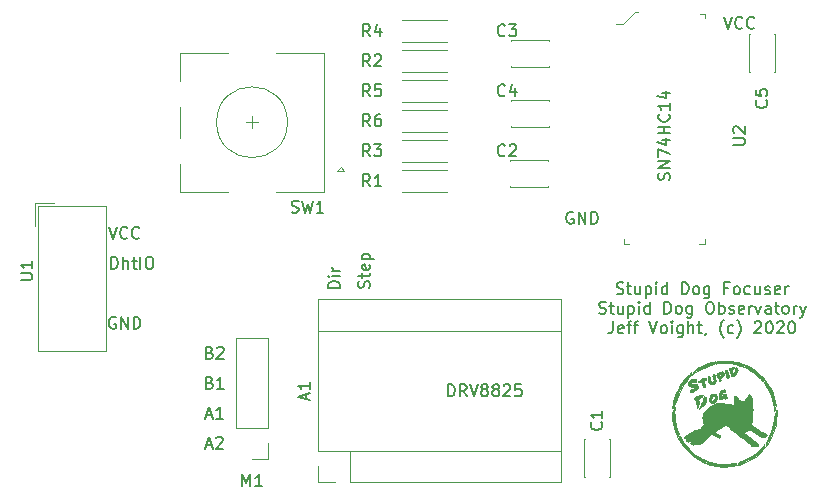
<source format=gbr>
G04 #@! TF.GenerationSoftware,KiCad,Pcbnew,(5.1.5)-3*
G04 #@! TF.CreationDate,2020-02-23T22:46:14-05:00*
G04 #@! TF.ProjectId,StupidDogFocuserPCB,53747570-6964-4446-9f67-466f63757365,1*
G04 #@! TF.SameCoordinates,Original*
G04 #@! TF.FileFunction,Legend,Top*
G04 #@! TF.FilePolarity,Positive*
%FSLAX46Y46*%
G04 Gerber Fmt 4.6, Leading zero omitted, Abs format (unit mm)*
G04 Created by KiCad (PCBNEW (5.1.5)-3) date 2020-02-23 22:46:14*
%MOMM*%
%LPD*%
G04 APERTURE LIST*
%ADD10C,0.150000*%
%ADD11C,0.100000*%
%ADD12C,0.010000*%
%ADD13C,0.120000*%
G04 APERTURE END LIST*
D10*
X103648095Y-86812380D02*
X103648095Y-85812380D01*
X103886190Y-85812380D01*
X104029047Y-85860000D01*
X104124285Y-85955238D01*
X104171904Y-86050476D01*
X104219523Y-86240952D01*
X104219523Y-86383809D01*
X104171904Y-86574285D01*
X104124285Y-86669523D01*
X104029047Y-86764761D01*
X103886190Y-86812380D01*
X103648095Y-86812380D01*
X104648095Y-86812380D02*
X104648095Y-85812380D01*
X105076666Y-86812380D02*
X105076666Y-86288571D01*
X105029047Y-86193333D01*
X104933809Y-86145714D01*
X104790952Y-86145714D01*
X104695714Y-86193333D01*
X104648095Y-86240952D01*
X105410000Y-86145714D02*
X105790952Y-86145714D01*
X105552857Y-85812380D02*
X105552857Y-86669523D01*
X105600476Y-86764761D01*
X105695714Y-86812380D01*
X105790952Y-86812380D01*
X106124285Y-86812380D02*
X106124285Y-85812380D01*
X106790952Y-85812380D02*
X106981428Y-85812380D01*
X107076666Y-85860000D01*
X107171904Y-85955238D01*
X107219523Y-86145714D01*
X107219523Y-86479047D01*
X107171904Y-86669523D01*
X107076666Y-86764761D01*
X106981428Y-86812380D01*
X106790952Y-86812380D01*
X106695714Y-86764761D01*
X106600476Y-86669523D01*
X106552857Y-86479047D01*
X106552857Y-86145714D01*
X106600476Y-85955238D01*
X106695714Y-85860000D01*
X106790952Y-85812380D01*
X125499761Y-88447380D02*
X125547380Y-88304523D01*
X125547380Y-88066428D01*
X125499761Y-87971190D01*
X125452142Y-87923571D01*
X125356904Y-87875952D01*
X125261666Y-87875952D01*
X125166428Y-87923571D01*
X125118809Y-87971190D01*
X125071190Y-88066428D01*
X125023571Y-88256904D01*
X124975952Y-88352142D01*
X124928333Y-88399761D01*
X124833095Y-88447380D01*
X124737857Y-88447380D01*
X124642619Y-88399761D01*
X124595000Y-88352142D01*
X124547380Y-88256904D01*
X124547380Y-88018809D01*
X124595000Y-87875952D01*
X124880714Y-87590238D02*
X124880714Y-87209285D01*
X124547380Y-87447380D02*
X125404523Y-87447380D01*
X125499761Y-87399761D01*
X125547380Y-87304523D01*
X125547380Y-87209285D01*
X125499761Y-86495000D02*
X125547380Y-86590238D01*
X125547380Y-86780714D01*
X125499761Y-86875952D01*
X125404523Y-86923571D01*
X125023571Y-86923571D01*
X124928333Y-86875952D01*
X124880714Y-86780714D01*
X124880714Y-86590238D01*
X124928333Y-86495000D01*
X125023571Y-86447380D01*
X125118809Y-86447380D01*
X125214047Y-86923571D01*
X124880714Y-86018809D02*
X125880714Y-86018809D01*
X124928333Y-86018809D02*
X124880714Y-85923571D01*
X124880714Y-85733095D01*
X124928333Y-85637857D01*
X124975952Y-85590238D01*
X125071190Y-85542619D01*
X125356904Y-85542619D01*
X125452142Y-85590238D01*
X125499761Y-85637857D01*
X125547380Y-85733095D01*
X125547380Y-85923571D01*
X125499761Y-86018809D01*
X123007380Y-88439523D02*
X122007380Y-88439523D01*
X122007380Y-88201428D01*
X122055000Y-88058571D01*
X122150238Y-87963333D01*
X122245476Y-87915714D01*
X122435952Y-87868095D01*
X122578809Y-87868095D01*
X122769285Y-87915714D01*
X122864523Y-87963333D01*
X122959761Y-88058571D01*
X123007380Y-88201428D01*
X123007380Y-88439523D01*
X123007380Y-87439523D02*
X122340714Y-87439523D01*
X122007380Y-87439523D02*
X122055000Y-87487142D01*
X122102619Y-87439523D01*
X122055000Y-87391904D01*
X122007380Y-87439523D01*
X122102619Y-87439523D01*
X123007380Y-86963333D02*
X122340714Y-86963333D01*
X122531190Y-86963333D02*
X122435952Y-86915714D01*
X122388333Y-86868095D01*
X122340714Y-86772857D01*
X122340714Y-86677619D01*
X142748095Y-82050000D02*
X142652857Y-82002380D01*
X142510000Y-82002380D01*
X142367142Y-82050000D01*
X142271904Y-82145238D01*
X142224285Y-82240476D01*
X142176666Y-82430952D01*
X142176666Y-82573809D01*
X142224285Y-82764285D01*
X142271904Y-82859523D01*
X142367142Y-82954761D01*
X142510000Y-83002380D01*
X142605238Y-83002380D01*
X142748095Y-82954761D01*
X142795714Y-82907142D01*
X142795714Y-82573809D01*
X142605238Y-82573809D01*
X143224285Y-83002380D02*
X143224285Y-82002380D01*
X143795714Y-83002380D01*
X143795714Y-82002380D01*
X144271904Y-83002380D02*
X144271904Y-82002380D01*
X144510000Y-82002380D01*
X144652857Y-82050000D01*
X144748095Y-82145238D01*
X144795714Y-82240476D01*
X144843333Y-82430952D01*
X144843333Y-82573809D01*
X144795714Y-82764285D01*
X144748095Y-82859523D01*
X144652857Y-82954761D01*
X144510000Y-83002380D01*
X144271904Y-83002380D01*
X155511666Y-65492380D02*
X155845000Y-66492380D01*
X156178333Y-65492380D01*
X157083095Y-66397142D02*
X157035476Y-66444761D01*
X156892619Y-66492380D01*
X156797380Y-66492380D01*
X156654523Y-66444761D01*
X156559285Y-66349523D01*
X156511666Y-66254285D01*
X156464047Y-66063809D01*
X156464047Y-65920952D01*
X156511666Y-65730476D01*
X156559285Y-65635238D01*
X156654523Y-65540000D01*
X156797380Y-65492380D01*
X156892619Y-65492380D01*
X157035476Y-65540000D01*
X157083095Y-65587619D01*
X158083095Y-66397142D02*
X158035476Y-66444761D01*
X157892619Y-66492380D01*
X157797380Y-66492380D01*
X157654523Y-66444761D01*
X157559285Y-66349523D01*
X157511666Y-66254285D01*
X157464047Y-66063809D01*
X157464047Y-65920952D01*
X157511666Y-65730476D01*
X157559285Y-65635238D01*
X157654523Y-65540000D01*
X157797380Y-65492380D01*
X157892619Y-65492380D01*
X158035476Y-65540000D01*
X158083095Y-65587619D01*
X150899761Y-79303095D02*
X150947380Y-79160238D01*
X150947380Y-78922142D01*
X150899761Y-78826904D01*
X150852142Y-78779285D01*
X150756904Y-78731666D01*
X150661666Y-78731666D01*
X150566428Y-78779285D01*
X150518809Y-78826904D01*
X150471190Y-78922142D01*
X150423571Y-79112619D01*
X150375952Y-79207857D01*
X150328333Y-79255476D01*
X150233095Y-79303095D01*
X150137857Y-79303095D01*
X150042619Y-79255476D01*
X149995000Y-79207857D01*
X149947380Y-79112619D01*
X149947380Y-78874523D01*
X149995000Y-78731666D01*
X150947380Y-78303095D02*
X149947380Y-78303095D01*
X150947380Y-77731666D01*
X149947380Y-77731666D01*
X149947380Y-77350714D02*
X149947380Y-76684047D01*
X150947380Y-77112619D01*
X150280714Y-75874523D02*
X150947380Y-75874523D01*
X149899761Y-76112619D02*
X150614047Y-76350714D01*
X150614047Y-75731666D01*
X150947380Y-75350714D02*
X149947380Y-75350714D01*
X150423571Y-75350714D02*
X150423571Y-74779285D01*
X150947380Y-74779285D02*
X149947380Y-74779285D01*
X150852142Y-73731666D02*
X150899761Y-73779285D01*
X150947380Y-73922142D01*
X150947380Y-74017380D01*
X150899761Y-74160238D01*
X150804523Y-74255476D01*
X150709285Y-74303095D01*
X150518809Y-74350714D01*
X150375952Y-74350714D01*
X150185476Y-74303095D01*
X150090238Y-74255476D01*
X149995000Y-74160238D01*
X149947380Y-74017380D01*
X149947380Y-73922142D01*
X149995000Y-73779285D01*
X150042619Y-73731666D01*
X150947380Y-72779285D02*
X150947380Y-73350714D01*
X150947380Y-73065000D02*
X149947380Y-73065000D01*
X150090238Y-73160238D01*
X150185476Y-73255476D01*
X150233095Y-73350714D01*
X150280714Y-71922142D02*
X150947380Y-71922142D01*
X149899761Y-72160238D02*
X150614047Y-72398333D01*
X150614047Y-71779285D01*
X132159761Y-97607380D02*
X132159761Y-96607380D01*
X132397857Y-96607380D01*
X132540714Y-96655000D01*
X132635952Y-96750238D01*
X132683571Y-96845476D01*
X132731190Y-97035952D01*
X132731190Y-97178809D01*
X132683571Y-97369285D01*
X132635952Y-97464523D01*
X132540714Y-97559761D01*
X132397857Y-97607380D01*
X132159761Y-97607380D01*
X133731190Y-97607380D02*
X133397857Y-97131190D01*
X133159761Y-97607380D02*
X133159761Y-96607380D01*
X133540714Y-96607380D01*
X133635952Y-96655000D01*
X133683571Y-96702619D01*
X133731190Y-96797857D01*
X133731190Y-96940714D01*
X133683571Y-97035952D01*
X133635952Y-97083571D01*
X133540714Y-97131190D01*
X133159761Y-97131190D01*
X134016904Y-96607380D02*
X134350238Y-97607380D01*
X134683571Y-96607380D01*
X135159761Y-97035952D02*
X135064523Y-96988333D01*
X135016904Y-96940714D01*
X134969285Y-96845476D01*
X134969285Y-96797857D01*
X135016904Y-96702619D01*
X135064523Y-96655000D01*
X135159761Y-96607380D01*
X135350238Y-96607380D01*
X135445476Y-96655000D01*
X135493095Y-96702619D01*
X135540714Y-96797857D01*
X135540714Y-96845476D01*
X135493095Y-96940714D01*
X135445476Y-96988333D01*
X135350238Y-97035952D01*
X135159761Y-97035952D01*
X135064523Y-97083571D01*
X135016904Y-97131190D01*
X134969285Y-97226428D01*
X134969285Y-97416904D01*
X135016904Y-97512142D01*
X135064523Y-97559761D01*
X135159761Y-97607380D01*
X135350238Y-97607380D01*
X135445476Y-97559761D01*
X135493095Y-97512142D01*
X135540714Y-97416904D01*
X135540714Y-97226428D01*
X135493095Y-97131190D01*
X135445476Y-97083571D01*
X135350238Y-97035952D01*
X136112142Y-97035952D02*
X136016904Y-96988333D01*
X135969285Y-96940714D01*
X135921666Y-96845476D01*
X135921666Y-96797857D01*
X135969285Y-96702619D01*
X136016904Y-96655000D01*
X136112142Y-96607380D01*
X136302619Y-96607380D01*
X136397857Y-96655000D01*
X136445476Y-96702619D01*
X136493095Y-96797857D01*
X136493095Y-96845476D01*
X136445476Y-96940714D01*
X136397857Y-96988333D01*
X136302619Y-97035952D01*
X136112142Y-97035952D01*
X136016904Y-97083571D01*
X135969285Y-97131190D01*
X135921666Y-97226428D01*
X135921666Y-97416904D01*
X135969285Y-97512142D01*
X136016904Y-97559761D01*
X136112142Y-97607380D01*
X136302619Y-97607380D01*
X136397857Y-97559761D01*
X136445476Y-97512142D01*
X136493095Y-97416904D01*
X136493095Y-97226428D01*
X136445476Y-97131190D01*
X136397857Y-97083571D01*
X136302619Y-97035952D01*
X136874047Y-96702619D02*
X136921666Y-96655000D01*
X137016904Y-96607380D01*
X137255000Y-96607380D01*
X137350238Y-96655000D01*
X137397857Y-96702619D01*
X137445476Y-96797857D01*
X137445476Y-96893095D01*
X137397857Y-97035952D01*
X136826428Y-97607380D01*
X137445476Y-97607380D01*
X138350238Y-96607380D02*
X137874047Y-96607380D01*
X137826428Y-97083571D01*
X137874047Y-97035952D01*
X137969285Y-96988333D01*
X138207380Y-96988333D01*
X138302619Y-97035952D01*
X138350238Y-97083571D01*
X138397857Y-97178809D01*
X138397857Y-97416904D01*
X138350238Y-97512142D01*
X138302619Y-97559761D01*
X138207380Y-97607380D01*
X137969285Y-97607380D01*
X137874047Y-97559761D01*
X137826428Y-97512142D01*
X146431904Y-88924761D02*
X146574761Y-88972380D01*
X146812857Y-88972380D01*
X146908095Y-88924761D01*
X146955714Y-88877142D01*
X147003333Y-88781904D01*
X147003333Y-88686666D01*
X146955714Y-88591428D01*
X146908095Y-88543809D01*
X146812857Y-88496190D01*
X146622380Y-88448571D01*
X146527142Y-88400952D01*
X146479523Y-88353333D01*
X146431904Y-88258095D01*
X146431904Y-88162857D01*
X146479523Y-88067619D01*
X146527142Y-88020000D01*
X146622380Y-87972380D01*
X146860476Y-87972380D01*
X147003333Y-88020000D01*
X147289047Y-88305714D02*
X147670000Y-88305714D01*
X147431904Y-87972380D02*
X147431904Y-88829523D01*
X147479523Y-88924761D01*
X147574761Y-88972380D01*
X147670000Y-88972380D01*
X148431904Y-88305714D02*
X148431904Y-88972380D01*
X148003333Y-88305714D02*
X148003333Y-88829523D01*
X148050952Y-88924761D01*
X148146190Y-88972380D01*
X148289047Y-88972380D01*
X148384285Y-88924761D01*
X148431904Y-88877142D01*
X148908095Y-88305714D02*
X148908095Y-89305714D01*
X148908095Y-88353333D02*
X149003333Y-88305714D01*
X149193809Y-88305714D01*
X149289047Y-88353333D01*
X149336666Y-88400952D01*
X149384285Y-88496190D01*
X149384285Y-88781904D01*
X149336666Y-88877142D01*
X149289047Y-88924761D01*
X149193809Y-88972380D01*
X149003333Y-88972380D01*
X148908095Y-88924761D01*
X149812857Y-88972380D02*
X149812857Y-88305714D01*
X149812857Y-87972380D02*
X149765238Y-88020000D01*
X149812857Y-88067619D01*
X149860476Y-88020000D01*
X149812857Y-87972380D01*
X149812857Y-88067619D01*
X150717619Y-88972380D02*
X150717619Y-87972380D01*
X150717619Y-88924761D02*
X150622380Y-88972380D01*
X150431904Y-88972380D01*
X150336666Y-88924761D01*
X150289047Y-88877142D01*
X150241428Y-88781904D01*
X150241428Y-88496190D01*
X150289047Y-88400952D01*
X150336666Y-88353333D01*
X150431904Y-88305714D01*
X150622380Y-88305714D01*
X150717619Y-88353333D01*
X151955714Y-88972380D02*
X151955714Y-87972380D01*
X152193809Y-87972380D01*
X152336666Y-88020000D01*
X152431904Y-88115238D01*
X152479523Y-88210476D01*
X152527142Y-88400952D01*
X152527142Y-88543809D01*
X152479523Y-88734285D01*
X152431904Y-88829523D01*
X152336666Y-88924761D01*
X152193809Y-88972380D01*
X151955714Y-88972380D01*
X153098571Y-88972380D02*
X153003333Y-88924761D01*
X152955714Y-88877142D01*
X152908095Y-88781904D01*
X152908095Y-88496190D01*
X152955714Y-88400952D01*
X153003333Y-88353333D01*
X153098571Y-88305714D01*
X153241428Y-88305714D01*
X153336666Y-88353333D01*
X153384285Y-88400952D01*
X153431904Y-88496190D01*
X153431904Y-88781904D01*
X153384285Y-88877142D01*
X153336666Y-88924761D01*
X153241428Y-88972380D01*
X153098571Y-88972380D01*
X154289047Y-88305714D02*
X154289047Y-89115238D01*
X154241428Y-89210476D01*
X154193809Y-89258095D01*
X154098571Y-89305714D01*
X153955714Y-89305714D01*
X153860476Y-89258095D01*
X154289047Y-88924761D02*
X154193809Y-88972380D01*
X154003333Y-88972380D01*
X153908095Y-88924761D01*
X153860476Y-88877142D01*
X153812857Y-88781904D01*
X153812857Y-88496190D01*
X153860476Y-88400952D01*
X153908095Y-88353333D01*
X154003333Y-88305714D01*
X154193809Y-88305714D01*
X154289047Y-88353333D01*
X155860476Y-88448571D02*
X155527142Y-88448571D01*
X155527142Y-88972380D02*
X155527142Y-87972380D01*
X156003333Y-87972380D01*
X156527142Y-88972380D02*
X156431904Y-88924761D01*
X156384285Y-88877142D01*
X156336666Y-88781904D01*
X156336666Y-88496190D01*
X156384285Y-88400952D01*
X156431904Y-88353333D01*
X156527142Y-88305714D01*
X156670000Y-88305714D01*
X156765238Y-88353333D01*
X156812857Y-88400952D01*
X156860476Y-88496190D01*
X156860476Y-88781904D01*
X156812857Y-88877142D01*
X156765238Y-88924761D01*
X156670000Y-88972380D01*
X156527142Y-88972380D01*
X157717619Y-88924761D02*
X157622380Y-88972380D01*
X157431904Y-88972380D01*
X157336666Y-88924761D01*
X157289047Y-88877142D01*
X157241428Y-88781904D01*
X157241428Y-88496190D01*
X157289047Y-88400952D01*
X157336666Y-88353333D01*
X157431904Y-88305714D01*
X157622380Y-88305714D01*
X157717619Y-88353333D01*
X158574761Y-88305714D02*
X158574761Y-88972380D01*
X158146190Y-88305714D02*
X158146190Y-88829523D01*
X158193809Y-88924761D01*
X158289047Y-88972380D01*
X158431904Y-88972380D01*
X158527142Y-88924761D01*
X158574761Y-88877142D01*
X159003333Y-88924761D02*
X159098571Y-88972380D01*
X159289047Y-88972380D01*
X159384285Y-88924761D01*
X159431904Y-88829523D01*
X159431904Y-88781904D01*
X159384285Y-88686666D01*
X159289047Y-88639047D01*
X159146190Y-88639047D01*
X159050952Y-88591428D01*
X159003333Y-88496190D01*
X159003333Y-88448571D01*
X159050952Y-88353333D01*
X159146190Y-88305714D01*
X159289047Y-88305714D01*
X159384285Y-88353333D01*
X160241428Y-88924761D02*
X160146190Y-88972380D01*
X159955714Y-88972380D01*
X159860476Y-88924761D01*
X159812857Y-88829523D01*
X159812857Y-88448571D01*
X159860476Y-88353333D01*
X159955714Y-88305714D01*
X160146190Y-88305714D01*
X160241428Y-88353333D01*
X160289047Y-88448571D01*
X160289047Y-88543809D01*
X159812857Y-88639047D01*
X160717619Y-88972380D02*
X160717619Y-88305714D01*
X160717619Y-88496190D02*
X160765238Y-88400952D01*
X160812857Y-88353333D01*
X160908095Y-88305714D01*
X161003333Y-88305714D01*
X144955714Y-90574761D02*
X145098571Y-90622380D01*
X145336666Y-90622380D01*
X145431904Y-90574761D01*
X145479523Y-90527142D01*
X145527142Y-90431904D01*
X145527142Y-90336666D01*
X145479523Y-90241428D01*
X145431904Y-90193809D01*
X145336666Y-90146190D01*
X145146190Y-90098571D01*
X145050952Y-90050952D01*
X145003333Y-90003333D01*
X144955714Y-89908095D01*
X144955714Y-89812857D01*
X145003333Y-89717619D01*
X145050952Y-89670000D01*
X145146190Y-89622380D01*
X145384285Y-89622380D01*
X145527142Y-89670000D01*
X145812857Y-89955714D02*
X146193809Y-89955714D01*
X145955714Y-89622380D02*
X145955714Y-90479523D01*
X146003333Y-90574761D01*
X146098571Y-90622380D01*
X146193809Y-90622380D01*
X146955714Y-89955714D02*
X146955714Y-90622380D01*
X146527142Y-89955714D02*
X146527142Y-90479523D01*
X146574761Y-90574761D01*
X146670000Y-90622380D01*
X146812857Y-90622380D01*
X146908095Y-90574761D01*
X146955714Y-90527142D01*
X147431904Y-89955714D02*
X147431904Y-90955714D01*
X147431904Y-90003333D02*
X147527142Y-89955714D01*
X147717619Y-89955714D01*
X147812857Y-90003333D01*
X147860476Y-90050952D01*
X147908095Y-90146190D01*
X147908095Y-90431904D01*
X147860476Y-90527142D01*
X147812857Y-90574761D01*
X147717619Y-90622380D01*
X147527142Y-90622380D01*
X147431904Y-90574761D01*
X148336666Y-90622380D02*
X148336666Y-89955714D01*
X148336666Y-89622380D02*
X148289047Y-89670000D01*
X148336666Y-89717619D01*
X148384285Y-89670000D01*
X148336666Y-89622380D01*
X148336666Y-89717619D01*
X149241428Y-90622380D02*
X149241428Y-89622380D01*
X149241428Y-90574761D02*
X149146190Y-90622380D01*
X148955714Y-90622380D01*
X148860476Y-90574761D01*
X148812857Y-90527142D01*
X148765238Y-90431904D01*
X148765238Y-90146190D01*
X148812857Y-90050952D01*
X148860476Y-90003333D01*
X148955714Y-89955714D01*
X149146190Y-89955714D01*
X149241428Y-90003333D01*
X150479523Y-90622380D02*
X150479523Y-89622380D01*
X150717619Y-89622380D01*
X150860476Y-89670000D01*
X150955714Y-89765238D01*
X151003333Y-89860476D01*
X151050952Y-90050952D01*
X151050952Y-90193809D01*
X151003333Y-90384285D01*
X150955714Y-90479523D01*
X150860476Y-90574761D01*
X150717619Y-90622380D01*
X150479523Y-90622380D01*
X151622380Y-90622380D02*
X151527142Y-90574761D01*
X151479523Y-90527142D01*
X151431904Y-90431904D01*
X151431904Y-90146190D01*
X151479523Y-90050952D01*
X151527142Y-90003333D01*
X151622380Y-89955714D01*
X151765238Y-89955714D01*
X151860476Y-90003333D01*
X151908095Y-90050952D01*
X151955714Y-90146190D01*
X151955714Y-90431904D01*
X151908095Y-90527142D01*
X151860476Y-90574761D01*
X151765238Y-90622380D01*
X151622380Y-90622380D01*
X152812857Y-89955714D02*
X152812857Y-90765238D01*
X152765238Y-90860476D01*
X152717619Y-90908095D01*
X152622380Y-90955714D01*
X152479523Y-90955714D01*
X152384285Y-90908095D01*
X152812857Y-90574761D02*
X152717619Y-90622380D01*
X152527142Y-90622380D01*
X152431904Y-90574761D01*
X152384285Y-90527142D01*
X152336666Y-90431904D01*
X152336666Y-90146190D01*
X152384285Y-90050952D01*
X152431904Y-90003333D01*
X152527142Y-89955714D01*
X152717619Y-89955714D01*
X152812857Y-90003333D01*
X154241428Y-89622380D02*
X154431904Y-89622380D01*
X154527142Y-89670000D01*
X154622380Y-89765238D01*
X154670000Y-89955714D01*
X154670000Y-90289047D01*
X154622380Y-90479523D01*
X154527142Y-90574761D01*
X154431904Y-90622380D01*
X154241428Y-90622380D01*
X154146190Y-90574761D01*
X154050952Y-90479523D01*
X154003333Y-90289047D01*
X154003333Y-89955714D01*
X154050952Y-89765238D01*
X154146190Y-89670000D01*
X154241428Y-89622380D01*
X155098571Y-90622380D02*
X155098571Y-89622380D01*
X155098571Y-90003333D02*
X155193809Y-89955714D01*
X155384285Y-89955714D01*
X155479523Y-90003333D01*
X155527142Y-90050952D01*
X155574761Y-90146190D01*
X155574761Y-90431904D01*
X155527142Y-90527142D01*
X155479523Y-90574761D01*
X155384285Y-90622380D01*
X155193809Y-90622380D01*
X155098571Y-90574761D01*
X155955714Y-90574761D02*
X156050952Y-90622380D01*
X156241428Y-90622380D01*
X156336666Y-90574761D01*
X156384285Y-90479523D01*
X156384285Y-90431904D01*
X156336666Y-90336666D01*
X156241428Y-90289047D01*
X156098571Y-90289047D01*
X156003333Y-90241428D01*
X155955714Y-90146190D01*
X155955714Y-90098571D01*
X156003333Y-90003333D01*
X156098571Y-89955714D01*
X156241428Y-89955714D01*
X156336666Y-90003333D01*
X157193809Y-90574761D02*
X157098571Y-90622380D01*
X156908095Y-90622380D01*
X156812857Y-90574761D01*
X156765238Y-90479523D01*
X156765238Y-90098571D01*
X156812857Y-90003333D01*
X156908095Y-89955714D01*
X157098571Y-89955714D01*
X157193809Y-90003333D01*
X157241428Y-90098571D01*
X157241428Y-90193809D01*
X156765238Y-90289047D01*
X157670000Y-90622380D02*
X157670000Y-89955714D01*
X157670000Y-90146190D02*
X157717619Y-90050952D01*
X157765238Y-90003333D01*
X157860476Y-89955714D01*
X157955714Y-89955714D01*
X158193809Y-89955714D02*
X158431904Y-90622380D01*
X158670000Y-89955714D01*
X159479523Y-90622380D02*
X159479523Y-90098571D01*
X159431904Y-90003333D01*
X159336666Y-89955714D01*
X159146190Y-89955714D01*
X159050952Y-90003333D01*
X159479523Y-90574761D02*
X159384285Y-90622380D01*
X159146190Y-90622380D01*
X159050952Y-90574761D01*
X159003333Y-90479523D01*
X159003333Y-90384285D01*
X159050952Y-90289047D01*
X159146190Y-90241428D01*
X159384285Y-90241428D01*
X159479523Y-90193809D01*
X159812857Y-89955714D02*
X160193809Y-89955714D01*
X159955714Y-89622380D02*
X159955714Y-90479523D01*
X160003333Y-90574761D01*
X160098571Y-90622380D01*
X160193809Y-90622380D01*
X160670000Y-90622380D02*
X160574761Y-90574761D01*
X160527142Y-90527142D01*
X160479523Y-90431904D01*
X160479523Y-90146190D01*
X160527142Y-90050952D01*
X160574761Y-90003333D01*
X160670000Y-89955714D01*
X160812857Y-89955714D01*
X160908095Y-90003333D01*
X160955714Y-90050952D01*
X161003333Y-90146190D01*
X161003333Y-90431904D01*
X160955714Y-90527142D01*
X160908095Y-90574761D01*
X160812857Y-90622380D01*
X160670000Y-90622380D01*
X161431904Y-90622380D02*
X161431904Y-89955714D01*
X161431904Y-90146190D02*
X161479523Y-90050952D01*
X161527142Y-90003333D01*
X161622380Y-89955714D01*
X161717619Y-89955714D01*
X161955714Y-89955714D02*
X162193809Y-90622380D01*
X162431904Y-89955714D02*
X162193809Y-90622380D01*
X162098571Y-90860476D01*
X162050952Y-90908095D01*
X161955714Y-90955714D01*
X146122380Y-91272380D02*
X146122380Y-91986666D01*
X146074761Y-92129523D01*
X145979523Y-92224761D01*
X145836666Y-92272380D01*
X145741428Y-92272380D01*
X146979523Y-92224761D02*
X146884285Y-92272380D01*
X146693809Y-92272380D01*
X146598571Y-92224761D01*
X146550952Y-92129523D01*
X146550952Y-91748571D01*
X146598571Y-91653333D01*
X146693809Y-91605714D01*
X146884285Y-91605714D01*
X146979523Y-91653333D01*
X147027142Y-91748571D01*
X147027142Y-91843809D01*
X146550952Y-91939047D01*
X147312857Y-91605714D02*
X147693809Y-91605714D01*
X147455714Y-92272380D02*
X147455714Y-91415238D01*
X147503333Y-91320000D01*
X147598571Y-91272380D01*
X147693809Y-91272380D01*
X147884285Y-91605714D02*
X148265238Y-91605714D01*
X148027142Y-92272380D02*
X148027142Y-91415238D01*
X148074761Y-91320000D01*
X148170000Y-91272380D01*
X148265238Y-91272380D01*
X149217619Y-91272380D02*
X149550952Y-92272380D01*
X149884285Y-91272380D01*
X150360476Y-92272380D02*
X150265238Y-92224761D01*
X150217619Y-92177142D01*
X150170000Y-92081904D01*
X150170000Y-91796190D01*
X150217619Y-91700952D01*
X150265238Y-91653333D01*
X150360476Y-91605714D01*
X150503333Y-91605714D01*
X150598571Y-91653333D01*
X150646190Y-91700952D01*
X150693809Y-91796190D01*
X150693809Y-92081904D01*
X150646190Y-92177142D01*
X150598571Y-92224761D01*
X150503333Y-92272380D01*
X150360476Y-92272380D01*
X151122380Y-92272380D02*
X151122380Y-91605714D01*
X151122380Y-91272380D02*
X151074761Y-91320000D01*
X151122380Y-91367619D01*
X151170000Y-91320000D01*
X151122380Y-91272380D01*
X151122380Y-91367619D01*
X152027142Y-91605714D02*
X152027142Y-92415238D01*
X151979523Y-92510476D01*
X151931904Y-92558095D01*
X151836666Y-92605714D01*
X151693809Y-92605714D01*
X151598571Y-92558095D01*
X152027142Y-92224761D02*
X151931904Y-92272380D01*
X151741428Y-92272380D01*
X151646190Y-92224761D01*
X151598571Y-92177142D01*
X151550952Y-92081904D01*
X151550952Y-91796190D01*
X151598571Y-91700952D01*
X151646190Y-91653333D01*
X151741428Y-91605714D01*
X151931904Y-91605714D01*
X152027142Y-91653333D01*
X152503333Y-92272380D02*
X152503333Y-91272380D01*
X152931904Y-92272380D02*
X152931904Y-91748571D01*
X152884285Y-91653333D01*
X152789047Y-91605714D01*
X152646190Y-91605714D01*
X152550952Y-91653333D01*
X152503333Y-91700952D01*
X153265238Y-91605714D02*
X153646190Y-91605714D01*
X153408095Y-91272380D02*
X153408095Y-92129523D01*
X153455714Y-92224761D01*
X153550952Y-92272380D01*
X153646190Y-92272380D01*
X154027142Y-92224761D02*
X154027142Y-92272380D01*
X153979523Y-92367619D01*
X153931904Y-92415238D01*
X155503333Y-92653333D02*
X155455714Y-92605714D01*
X155360476Y-92462857D01*
X155312857Y-92367619D01*
X155265238Y-92224761D01*
X155217619Y-91986666D01*
X155217619Y-91796190D01*
X155265238Y-91558095D01*
X155312857Y-91415238D01*
X155360476Y-91320000D01*
X155455714Y-91177142D01*
X155503333Y-91129523D01*
X156312857Y-92224761D02*
X156217619Y-92272380D01*
X156027142Y-92272380D01*
X155931904Y-92224761D01*
X155884285Y-92177142D01*
X155836666Y-92081904D01*
X155836666Y-91796190D01*
X155884285Y-91700952D01*
X155931904Y-91653333D01*
X156027142Y-91605714D01*
X156217619Y-91605714D01*
X156312857Y-91653333D01*
X156646190Y-92653333D02*
X156693809Y-92605714D01*
X156789047Y-92462857D01*
X156836666Y-92367619D01*
X156884285Y-92224761D01*
X156931904Y-91986666D01*
X156931904Y-91796190D01*
X156884285Y-91558095D01*
X156836666Y-91415238D01*
X156789047Y-91320000D01*
X156693809Y-91177142D01*
X156646190Y-91129523D01*
X158122380Y-91367619D02*
X158170000Y-91320000D01*
X158265238Y-91272380D01*
X158503333Y-91272380D01*
X158598571Y-91320000D01*
X158646190Y-91367619D01*
X158693809Y-91462857D01*
X158693809Y-91558095D01*
X158646190Y-91700952D01*
X158074761Y-92272380D01*
X158693809Y-92272380D01*
X159312857Y-91272380D02*
X159408095Y-91272380D01*
X159503333Y-91320000D01*
X159550952Y-91367619D01*
X159598571Y-91462857D01*
X159646190Y-91653333D01*
X159646190Y-91891428D01*
X159598571Y-92081904D01*
X159550952Y-92177142D01*
X159503333Y-92224761D01*
X159408095Y-92272380D01*
X159312857Y-92272380D01*
X159217619Y-92224761D01*
X159170000Y-92177142D01*
X159122380Y-92081904D01*
X159074761Y-91891428D01*
X159074761Y-91653333D01*
X159122380Y-91462857D01*
X159170000Y-91367619D01*
X159217619Y-91320000D01*
X159312857Y-91272380D01*
X160027142Y-91367619D02*
X160074761Y-91320000D01*
X160170000Y-91272380D01*
X160408095Y-91272380D01*
X160503333Y-91320000D01*
X160550952Y-91367619D01*
X160598571Y-91462857D01*
X160598571Y-91558095D01*
X160550952Y-91700952D01*
X159979523Y-92272380D01*
X160598571Y-92272380D01*
X161217619Y-91272380D02*
X161312857Y-91272380D01*
X161408095Y-91320000D01*
X161455714Y-91367619D01*
X161503333Y-91462857D01*
X161550952Y-91653333D01*
X161550952Y-91891428D01*
X161503333Y-92081904D01*
X161455714Y-92177142D01*
X161408095Y-92224761D01*
X161312857Y-92272380D01*
X161217619Y-92272380D01*
X161122380Y-92224761D01*
X161074761Y-92177142D01*
X161027142Y-92081904D01*
X160979523Y-91891428D01*
X160979523Y-91653333D01*
X161027142Y-91462857D01*
X161074761Y-91367619D01*
X161122380Y-91320000D01*
X161217619Y-91272380D01*
X111680714Y-101766666D02*
X112156904Y-101766666D01*
X111585476Y-102052380D02*
X111918809Y-101052380D01*
X112252142Y-102052380D01*
X112537857Y-101147619D02*
X112585476Y-101100000D01*
X112680714Y-101052380D01*
X112918809Y-101052380D01*
X113014047Y-101100000D01*
X113061666Y-101147619D01*
X113109285Y-101242857D01*
X113109285Y-101338095D01*
X113061666Y-101480952D01*
X112490238Y-102052380D01*
X113109285Y-102052380D01*
X111990238Y-93908571D02*
X112133095Y-93956190D01*
X112180714Y-94003809D01*
X112228333Y-94099047D01*
X112228333Y-94241904D01*
X112180714Y-94337142D01*
X112133095Y-94384761D01*
X112037857Y-94432380D01*
X111656904Y-94432380D01*
X111656904Y-93432380D01*
X111990238Y-93432380D01*
X112085476Y-93480000D01*
X112133095Y-93527619D01*
X112180714Y-93622857D01*
X112180714Y-93718095D01*
X112133095Y-93813333D01*
X112085476Y-93860952D01*
X111990238Y-93908571D01*
X111656904Y-93908571D01*
X112609285Y-93527619D02*
X112656904Y-93480000D01*
X112752142Y-93432380D01*
X112990238Y-93432380D01*
X113085476Y-93480000D01*
X113133095Y-93527619D01*
X113180714Y-93622857D01*
X113180714Y-93718095D01*
X113133095Y-93860952D01*
X112561666Y-94432380D01*
X113180714Y-94432380D01*
X111990238Y-96448571D02*
X112133095Y-96496190D01*
X112180714Y-96543809D01*
X112228333Y-96639047D01*
X112228333Y-96781904D01*
X112180714Y-96877142D01*
X112133095Y-96924761D01*
X112037857Y-96972380D01*
X111656904Y-96972380D01*
X111656904Y-95972380D01*
X111990238Y-95972380D01*
X112085476Y-96020000D01*
X112133095Y-96067619D01*
X112180714Y-96162857D01*
X112180714Y-96258095D01*
X112133095Y-96353333D01*
X112085476Y-96400952D01*
X111990238Y-96448571D01*
X111656904Y-96448571D01*
X113180714Y-96972380D02*
X112609285Y-96972380D01*
X112895000Y-96972380D02*
X112895000Y-95972380D01*
X112799761Y-96115238D01*
X112704523Y-96210476D01*
X112609285Y-96258095D01*
X111680714Y-99226666D02*
X112156904Y-99226666D01*
X111585476Y-99512380D02*
X111918809Y-98512380D01*
X112252142Y-99512380D01*
X113109285Y-99512380D02*
X112537857Y-99512380D01*
X112823571Y-99512380D02*
X112823571Y-98512380D01*
X112728333Y-98655238D01*
X112633095Y-98750476D01*
X112537857Y-98798095D01*
X103441666Y-83272380D02*
X103775000Y-84272380D01*
X104108333Y-83272380D01*
X105013095Y-84177142D02*
X104965476Y-84224761D01*
X104822619Y-84272380D01*
X104727380Y-84272380D01*
X104584523Y-84224761D01*
X104489285Y-84129523D01*
X104441666Y-84034285D01*
X104394047Y-83843809D01*
X104394047Y-83700952D01*
X104441666Y-83510476D01*
X104489285Y-83415238D01*
X104584523Y-83320000D01*
X104727380Y-83272380D01*
X104822619Y-83272380D01*
X104965476Y-83320000D01*
X105013095Y-83367619D01*
X106013095Y-84177142D02*
X105965476Y-84224761D01*
X105822619Y-84272380D01*
X105727380Y-84272380D01*
X105584523Y-84224761D01*
X105489285Y-84129523D01*
X105441666Y-84034285D01*
X105394047Y-83843809D01*
X105394047Y-83700952D01*
X105441666Y-83510476D01*
X105489285Y-83415238D01*
X105584523Y-83320000D01*
X105727380Y-83272380D01*
X105822619Y-83272380D01*
X105965476Y-83320000D01*
X106013095Y-83367619D01*
X104013095Y-90940000D02*
X103917857Y-90892380D01*
X103775000Y-90892380D01*
X103632142Y-90940000D01*
X103536904Y-91035238D01*
X103489285Y-91130476D01*
X103441666Y-91320952D01*
X103441666Y-91463809D01*
X103489285Y-91654285D01*
X103536904Y-91749523D01*
X103632142Y-91844761D01*
X103775000Y-91892380D01*
X103870238Y-91892380D01*
X104013095Y-91844761D01*
X104060714Y-91797142D01*
X104060714Y-91463809D01*
X103870238Y-91463809D01*
X104489285Y-91892380D02*
X104489285Y-90892380D01*
X105060714Y-91892380D01*
X105060714Y-90892380D01*
X105536904Y-91892380D02*
X105536904Y-90892380D01*
X105775000Y-90892380D01*
X105917857Y-90940000D01*
X106013095Y-91035238D01*
X106060714Y-91130476D01*
X106108333Y-91320952D01*
X106108333Y-91463809D01*
X106060714Y-91654285D01*
X106013095Y-91749523D01*
X105917857Y-91844761D01*
X105775000Y-91892380D01*
X105536904Y-91892380D01*
D11*
X147085000Y-84710000D02*
X147485000Y-84710000D01*
X147085000Y-84310000D02*
X147085000Y-84710000D01*
X153885000Y-84710000D02*
X153885000Y-84310000D01*
X153385000Y-84710000D02*
X153885000Y-84710000D01*
X153885000Y-65210000D02*
X153485000Y-65210000D01*
X153885000Y-65610000D02*
X153885000Y-65210000D01*
X147985000Y-65110000D02*
X146985000Y-66110000D01*
X148285000Y-65110000D02*
X147985000Y-65110000D01*
X146985000Y-66110000D02*
X146615000Y-66110000D01*
X146605000Y-66110000D02*
X146355000Y-66110000D01*
D12*
G36*
X155747489Y-94595877D02*
G01*
X156000815Y-94612080D01*
X156245456Y-94637432D01*
X156466939Y-94671061D01*
X156618341Y-94703495D01*
X156738740Y-94735808D01*
X156862414Y-94772018D01*
X156979700Y-94808922D01*
X157080936Y-94843315D01*
X157156460Y-94871995D01*
X157196608Y-94891758D01*
X157200600Y-94896533D01*
X157192101Y-94927746D01*
X157171763Y-94981711D01*
X157147319Y-95039845D01*
X157126504Y-95083563D01*
X157117709Y-95095687D01*
X157092698Y-95087107D01*
X157030891Y-95065778D01*
X156943495Y-95035568D01*
X156899099Y-95020210D01*
X156474182Y-94899996D01*
X156030869Y-94826952D01*
X155569768Y-94801135D01*
X155091488Y-94822605D01*
X154967652Y-94835559D01*
X154830204Y-94851557D01*
X154891872Y-94739628D01*
X154933774Y-94671414D01*
X154975149Y-94635343D01*
X155036568Y-94617346D01*
X155080120Y-94610875D01*
X155272669Y-94594403D01*
X155499950Y-94589694D01*
X155747489Y-94595877D01*
G37*
X155747489Y-94595877D02*
X156000815Y-94612080D01*
X156245456Y-94637432D01*
X156466939Y-94671061D01*
X156618341Y-94703495D01*
X156738740Y-94735808D01*
X156862414Y-94772018D01*
X156979700Y-94808922D01*
X157080936Y-94843315D01*
X157156460Y-94871995D01*
X157196608Y-94891758D01*
X157200600Y-94896533D01*
X157192101Y-94927746D01*
X157171763Y-94981711D01*
X157147319Y-95039845D01*
X157126504Y-95083563D01*
X157117709Y-95095687D01*
X157092698Y-95087107D01*
X157030891Y-95065778D01*
X156943495Y-95035568D01*
X156899099Y-95020210D01*
X156474182Y-94899996D01*
X156030869Y-94826952D01*
X155569768Y-94801135D01*
X155091488Y-94822605D01*
X154967652Y-94835559D01*
X154830204Y-94851557D01*
X154891872Y-94739628D01*
X154933774Y-94671414D01*
X154975149Y-94635343D01*
X155036568Y-94617346D01*
X155080120Y-94610875D01*
X155272669Y-94594403D01*
X155499950Y-94589694D01*
X155747489Y-94595877D01*
G36*
X154787600Y-94670979D02*
G01*
X154775846Y-94705420D01*
X154746319Y-94764793D01*
X154732044Y-94790364D01*
X154702597Y-94836335D01*
X154669360Y-94869425D01*
X154620802Y-94896066D01*
X154545391Y-94922688D01*
X154439486Y-94953508D01*
X154148378Y-95050688D01*
X153843523Y-95180015D01*
X153541194Y-95333262D01*
X153257665Y-95502203D01*
X153016840Y-95672633D01*
X152930790Y-95738537D01*
X152861744Y-95788966D01*
X152817878Y-95818105D01*
X152806400Y-95822305D01*
X152817765Y-95794949D01*
X152848220Y-95733897D01*
X152892301Y-95649927D01*
X152917491Y-95603180D01*
X152991976Y-95477915D01*
X153064208Y-95385471D01*
X153146825Y-95310097D01*
X153162089Y-95298391D01*
X153245052Y-95243652D01*
X153363870Y-95175259D01*
X153507358Y-95098743D01*
X153664334Y-95019638D01*
X153823616Y-94943477D01*
X153974020Y-94875793D01*
X154104364Y-94822119D01*
X154178000Y-94795742D01*
X154287558Y-94763014D01*
X154406235Y-94731964D01*
X154524040Y-94704640D01*
X154630983Y-94683084D01*
X154717073Y-94669342D01*
X154772319Y-94665459D01*
X154787600Y-94670979D01*
G37*
X154787600Y-94670979D02*
X154775846Y-94705420D01*
X154746319Y-94764793D01*
X154732044Y-94790364D01*
X154702597Y-94836335D01*
X154669360Y-94869425D01*
X154620802Y-94896066D01*
X154545391Y-94922688D01*
X154439486Y-94953508D01*
X154148378Y-95050688D01*
X153843523Y-95180015D01*
X153541194Y-95333262D01*
X153257665Y-95502203D01*
X153016840Y-95672633D01*
X152930790Y-95738537D01*
X152861744Y-95788966D01*
X152817878Y-95818105D01*
X152806400Y-95822305D01*
X152817765Y-95794949D01*
X152848220Y-95733897D01*
X152892301Y-95649927D01*
X152917491Y-95603180D01*
X152991976Y-95477915D01*
X153064208Y-95385471D01*
X153146825Y-95310097D01*
X153162089Y-95298391D01*
X153245052Y-95243652D01*
X153363870Y-95175259D01*
X153507358Y-95098743D01*
X153664334Y-95019638D01*
X153823616Y-94943477D01*
X153974020Y-94875793D01*
X154104364Y-94822119D01*
X154178000Y-94795742D01*
X154287558Y-94763014D01*
X154406235Y-94731964D01*
X154524040Y-94704640D01*
X154630983Y-94683084D01*
X154717073Y-94669342D01*
X154772319Y-94665459D01*
X154787600Y-94670979D01*
G36*
X156402379Y-95103712D02*
G01*
X156411470Y-95144337D01*
X156390239Y-95200938D01*
X156347819Y-95257491D01*
X156293344Y-95297974D01*
X156291042Y-95299033D01*
X156236774Y-95331189D01*
X156213908Y-95372989D01*
X156218466Y-95438327D01*
X156233891Y-95498739D01*
X156243635Y-95559288D01*
X156235189Y-95627064D01*
X156206018Y-95719482D01*
X156199007Y-95738386D01*
X156140233Y-95894730D01*
X156096324Y-95743815D01*
X156069928Y-95646988D01*
X156048172Y-95556474D01*
X156038826Y-95509380D01*
X156015371Y-95443540D01*
X155977525Y-95400346D01*
X155976377Y-95399712D01*
X155937101Y-95357640D01*
X155940403Y-95304612D01*
X155982932Y-95251377D01*
X156032200Y-95220709D01*
X156124859Y-95180372D01*
X156220803Y-95144567D01*
X156307466Y-95117266D01*
X156372284Y-95102440D01*
X156402379Y-95103712D01*
G37*
X156402379Y-95103712D02*
X156411470Y-95144337D01*
X156390239Y-95200938D01*
X156347819Y-95257491D01*
X156293344Y-95297974D01*
X156291042Y-95299033D01*
X156236774Y-95331189D01*
X156213908Y-95372989D01*
X156218466Y-95438327D01*
X156233891Y-95498739D01*
X156243635Y-95559288D01*
X156235189Y-95627064D01*
X156206018Y-95719482D01*
X156199007Y-95738386D01*
X156140233Y-95894730D01*
X156096324Y-95743815D01*
X156069928Y-95646988D01*
X156048172Y-95556474D01*
X156038826Y-95509380D01*
X156015371Y-95443540D01*
X155977525Y-95400346D01*
X155976377Y-95399712D01*
X155937101Y-95357640D01*
X155940403Y-95304612D01*
X155982932Y-95251377D01*
X156032200Y-95220709D01*
X156124859Y-95180372D01*
X156220803Y-95144567D01*
X156307466Y-95117266D01*
X156372284Y-95102440D01*
X156402379Y-95103712D01*
G36*
X156597198Y-95182308D02*
G01*
X156666180Y-95281641D01*
X156686044Y-95391588D01*
X156657091Y-95510985D01*
X156579619Y-95638671D01*
X156453929Y-95773481D01*
X156442251Y-95784131D01*
X156349108Y-95866065D01*
X156286924Y-95914974D01*
X156250924Y-95933940D01*
X156236332Y-95926043D01*
X156235400Y-95917599D01*
X156248995Y-95856657D01*
X156284093Y-95771906D01*
X156332167Y-95680504D01*
X156384685Y-95599613D01*
X156407642Y-95571049D01*
X156459557Y-95506576D01*
X156482170Y-95455070D01*
X156483238Y-95394751D01*
X156480001Y-95367849D01*
X156478680Y-95272296D01*
X156497126Y-95189732D01*
X156497586Y-95188653D01*
X156529498Y-95114607D01*
X156597198Y-95182308D01*
G37*
X156597198Y-95182308D02*
X156666180Y-95281641D01*
X156686044Y-95391588D01*
X156657091Y-95510985D01*
X156579619Y-95638671D01*
X156453929Y-95773481D01*
X156442251Y-95784131D01*
X156349108Y-95866065D01*
X156286924Y-95914974D01*
X156250924Y-95933940D01*
X156236332Y-95926043D01*
X156235400Y-95917599D01*
X156248995Y-95856657D01*
X156284093Y-95771906D01*
X156332167Y-95680504D01*
X156384685Y-95599613D01*
X156407642Y-95571049D01*
X156459557Y-95506576D01*
X156482170Y-95455070D01*
X156483238Y-95394751D01*
X156480001Y-95367849D01*
X156478680Y-95272296D01*
X156497126Y-95189732D01*
X156497586Y-95188653D01*
X156529498Y-95114607D01*
X156597198Y-95182308D01*
G36*
X155724945Y-95356665D02*
G01*
X155757968Y-95364488D01*
X155781337Y-95385598D01*
X155800256Y-95430320D01*
X155819927Y-95508982D01*
X155833147Y-95571393D01*
X155858723Y-95680105D01*
X155887531Y-95779726D01*
X155914066Y-95851585D01*
X155918450Y-95860663D01*
X155943094Y-95941680D01*
X155933732Y-96007189D01*
X155899115Y-96049412D01*
X155847993Y-96060573D01*
X155789119Y-96032895D01*
X155759438Y-96001970D01*
X155733708Y-95951752D01*
X155702994Y-95865557D01*
X155671898Y-95757296D01*
X155653985Y-95683143D01*
X155626413Y-95546126D01*
X155616099Y-95451072D01*
X155624408Y-95391691D01*
X155652707Y-95361696D01*
X155702365Y-95354798D01*
X155724945Y-95356665D01*
G37*
X155724945Y-95356665D02*
X155757968Y-95364488D01*
X155781337Y-95385598D01*
X155800256Y-95430320D01*
X155819927Y-95508982D01*
X155833147Y-95571393D01*
X155858723Y-95680105D01*
X155887531Y-95779726D01*
X155914066Y-95851585D01*
X155918450Y-95860663D01*
X155943094Y-95941680D01*
X155933732Y-96007189D01*
X155899115Y-96049412D01*
X155847993Y-96060573D01*
X155789119Y-96032895D01*
X155759438Y-96001970D01*
X155733708Y-95951752D01*
X155702994Y-95865557D01*
X155671898Y-95757296D01*
X155653985Y-95683143D01*
X155626413Y-95546126D01*
X155616099Y-95451072D01*
X155624408Y-95391691D01*
X155652707Y-95361696D01*
X155702365Y-95354798D01*
X155724945Y-95356665D01*
G36*
X155190707Y-95534207D02*
G01*
X155190757Y-95559947D01*
X155177175Y-95624278D01*
X155152315Y-95717572D01*
X155118532Y-95830201D01*
X155117589Y-95833196D01*
X155081362Y-95942907D01*
X155049569Y-96029603D01*
X155025527Y-96084890D01*
X155012550Y-96100375D01*
X155012218Y-96099896D01*
X154998001Y-96062479D01*
X154977248Y-95995016D01*
X154966014Y-95954850D01*
X154943121Y-95885243D01*
X154920941Y-95841652D01*
X154911298Y-95834200D01*
X154890160Y-95815088D01*
X154890998Y-95769180D01*
X154910287Y-95713612D01*
X154944503Y-95665523D01*
X154946350Y-95663798D01*
X155004593Y-95619071D01*
X155074417Y-95576692D01*
X155139732Y-95545196D01*
X155184445Y-95533116D01*
X155190707Y-95534207D01*
G37*
X155190707Y-95534207D02*
X155190757Y-95559947D01*
X155177175Y-95624278D01*
X155152315Y-95717572D01*
X155118532Y-95830201D01*
X155117589Y-95833196D01*
X155081362Y-95942907D01*
X155049569Y-96029603D01*
X155025527Y-96084890D01*
X155012550Y-96100375D01*
X155012218Y-96099896D01*
X154998001Y-96062479D01*
X154977248Y-95995016D01*
X154966014Y-95954850D01*
X154943121Y-95885243D01*
X154920941Y-95841652D01*
X154911298Y-95834200D01*
X154890160Y-95815088D01*
X154890998Y-95769180D01*
X154910287Y-95713612D01*
X154944503Y-95665523D01*
X154946350Y-95663798D01*
X155004593Y-95619071D01*
X155074417Y-95576692D01*
X155139732Y-95545196D01*
X155184445Y-95533116D01*
X155190707Y-95534207D01*
G36*
X157369993Y-94956277D02*
G01*
X157433490Y-94986458D01*
X157523216Y-95031167D01*
X157629814Y-95085827D01*
X157632588Y-95087268D01*
X157904013Y-95243130D01*
X158167251Y-95425779D01*
X158430206Y-95641371D01*
X158700784Y-95896061D01*
X158798192Y-95995002D01*
X158909884Y-96110448D01*
X158877441Y-96226324D01*
X158855284Y-96294207D01*
X158835603Y-96335912D01*
X158828491Y-96342200D01*
X158805919Y-96324409D01*
X158757264Y-96276148D01*
X158690005Y-96205082D01*
X158622242Y-96130746D01*
X158345437Y-95855599D01*
X158028935Y-95600641D01*
X157682128Y-95372984D01*
X157460950Y-95251196D01*
X157369691Y-95203314D01*
X157298540Y-95163835D01*
X157257510Y-95138424D01*
X157251400Y-95132604D01*
X157261308Y-95096116D01*
X157284849Y-95040716D01*
X157312751Y-94985568D01*
X157335740Y-94949838D01*
X157342081Y-94945200D01*
X157369993Y-94956277D01*
G37*
X157369993Y-94956277D02*
X157433490Y-94986458D01*
X157523216Y-95031167D01*
X157629814Y-95085827D01*
X157632588Y-95087268D01*
X157904013Y-95243130D01*
X158167251Y-95425779D01*
X158430206Y-95641371D01*
X158700784Y-95896061D01*
X158798192Y-95995002D01*
X158909884Y-96110448D01*
X158877441Y-96226324D01*
X158855284Y-96294207D01*
X158835603Y-96335912D01*
X158828491Y-96342200D01*
X158805919Y-96324409D01*
X158757264Y-96276148D01*
X158690005Y-96205082D01*
X158622242Y-96130746D01*
X158345437Y-95855599D01*
X158028935Y-95600641D01*
X157682128Y-95372984D01*
X157460950Y-95251196D01*
X157369691Y-95203314D01*
X157298540Y-95163835D01*
X157257510Y-95138424D01*
X157251400Y-95132604D01*
X157261308Y-95096116D01*
X157284849Y-95040716D01*
X157312751Y-94985568D01*
X157335740Y-94949838D01*
X157342081Y-94945200D01*
X157369993Y-94956277D01*
G36*
X155366383Y-95508995D02*
G01*
X155425941Y-95534279D01*
X155480682Y-95584525D01*
X155481527Y-95585652D01*
X155515865Y-95670792D01*
X155501531Y-95766710D01*
X155439109Y-95871761D01*
X155344588Y-95970705D01*
X155276611Y-96034148D01*
X155240099Y-96078670D01*
X155227621Y-96118026D01*
X155231745Y-96165971D01*
X155233597Y-96176150D01*
X155234645Y-96254603D01*
X155211290Y-96312853D01*
X155172040Y-96342444D01*
X155125401Y-96334919D01*
X155098505Y-96310450D01*
X155092534Y-96269652D01*
X155103926Y-96195806D01*
X155128548Y-96101890D01*
X155162267Y-96000885D01*
X155200948Y-95905768D01*
X155240459Y-95829520D01*
X155260903Y-95800501D01*
X155308274Y-95735862D01*
X155318269Y-95696808D01*
X155295004Y-95677368D01*
X155280942Y-95648339D01*
X155285449Y-95586521D01*
X155285750Y-95584996D01*
X155303307Y-95527819D01*
X155333284Y-95508062D01*
X155366383Y-95508995D01*
G37*
X155366383Y-95508995D02*
X155425941Y-95534279D01*
X155480682Y-95584525D01*
X155481527Y-95585652D01*
X155515865Y-95670792D01*
X155501531Y-95766710D01*
X155439109Y-95871761D01*
X155344588Y-95970705D01*
X155276611Y-96034148D01*
X155240099Y-96078670D01*
X155227621Y-96118026D01*
X155231745Y-96165971D01*
X155233597Y-96176150D01*
X155234645Y-96254603D01*
X155211290Y-96312853D01*
X155172040Y-96342444D01*
X155125401Y-96334919D01*
X155098505Y-96310450D01*
X155092534Y-96269652D01*
X155103926Y-96195806D01*
X155128548Y-96101890D01*
X155162267Y-96000885D01*
X155200948Y-95905768D01*
X155240459Y-95829520D01*
X155260903Y-95800501D01*
X155308274Y-95735862D01*
X155318269Y-95696808D01*
X155295004Y-95677368D01*
X155280942Y-95648339D01*
X155285449Y-95586521D01*
X155285750Y-95584996D01*
X155303307Y-95527819D01*
X155333284Y-95508062D01*
X155366383Y-95508995D01*
G36*
X154707263Y-95791116D02*
G01*
X154730554Y-95838093D01*
X154757462Y-95920039D01*
X154784511Y-96021939D01*
X154808228Y-96128780D01*
X154825137Y-96225550D01*
X154831764Y-96297235D01*
X154829782Y-96320470D01*
X154792025Y-96397907D01*
X154726530Y-96477100D01*
X154650999Y-96537085D01*
X154643219Y-96541409D01*
X154583815Y-96559520D01*
X154501018Y-96569866D01*
X154469815Y-96570800D01*
X154383743Y-96563566D01*
X154321821Y-96535440D01*
X154279705Y-96498613D01*
X154210712Y-96397425D01*
X154164353Y-96258656D01*
X154143645Y-96091586D01*
X154143230Y-96078912D01*
X154151879Y-95982295D01*
X154179415Y-95927497D01*
X154218677Y-95912725D01*
X154262501Y-95936186D01*
X154303723Y-95996087D01*
X154335180Y-96090635D01*
X154342131Y-96128692D01*
X154368672Y-96253582D01*
X154405795Y-96334415D01*
X154456773Y-96377407D01*
X154476765Y-96384242D01*
X154544567Y-96380374D01*
X154590252Y-96347636D01*
X154642283Y-96295605D01*
X154588239Y-96085390D01*
X154562532Y-95980825D01*
X154550150Y-95912415D01*
X154550355Y-95867500D01*
X154562410Y-95833418D01*
X154572583Y-95816587D01*
X154623331Y-95766567D01*
X154675113Y-95765039D01*
X154707263Y-95791116D01*
G37*
X154707263Y-95791116D02*
X154730554Y-95838093D01*
X154757462Y-95920039D01*
X154784511Y-96021939D01*
X154808228Y-96128780D01*
X154825137Y-96225550D01*
X154831764Y-96297235D01*
X154829782Y-96320470D01*
X154792025Y-96397907D01*
X154726530Y-96477100D01*
X154650999Y-96537085D01*
X154643219Y-96541409D01*
X154583815Y-96559520D01*
X154501018Y-96569866D01*
X154469815Y-96570800D01*
X154383743Y-96563566D01*
X154321821Y-96535440D01*
X154279705Y-96498613D01*
X154210712Y-96397425D01*
X154164353Y-96258656D01*
X154143645Y-96091586D01*
X154143230Y-96078912D01*
X154151879Y-95982295D01*
X154179415Y-95927497D01*
X154218677Y-95912725D01*
X154262501Y-95936186D01*
X154303723Y-95996087D01*
X154335180Y-96090635D01*
X154342131Y-96128692D01*
X154368672Y-96253582D01*
X154405795Y-96334415D01*
X154456773Y-96377407D01*
X154476765Y-96384242D01*
X154544567Y-96380374D01*
X154590252Y-96347636D01*
X154642283Y-96295605D01*
X154588239Y-96085390D01*
X154562532Y-95980825D01*
X154550150Y-95912415D01*
X154550355Y-95867500D01*
X154562410Y-95833418D01*
X154572583Y-95816587D01*
X154623331Y-95766567D01*
X154675113Y-95765039D01*
X154707263Y-95791116D01*
G36*
X154008654Y-96050668D02*
G01*
X154037584Y-96082413D01*
X154046093Y-96117429D01*
X154045577Y-96158395D01*
X154024754Y-96186223D01*
X153972403Y-96211094D01*
X153924481Y-96227740D01*
X153846584Y-96258051D01*
X153810624Y-96285440D01*
X153807531Y-96312810D01*
X153822161Y-96368095D01*
X153837143Y-96431100D01*
X153857516Y-96500738D01*
X153889232Y-96588881D01*
X153904971Y-96627935D01*
X153933730Y-96705289D01*
X153939630Y-96753075D01*
X153924453Y-96786150D01*
X153924011Y-96786685D01*
X153866878Y-96821130D01*
X153800667Y-96813785D01*
X153765045Y-96789216D01*
X153740283Y-96748437D01*
X153708141Y-96674072D01*
X153675142Y-96581398D01*
X153671824Y-96571009D01*
X153641051Y-96478185D01*
X153617728Y-96425278D01*
X153595720Y-96403256D01*
X153568888Y-96403087D01*
X153559543Y-96405767D01*
X153444981Y-96434308D01*
X153368604Y-96433478D01*
X153326528Y-96402379D01*
X153314788Y-96349176D01*
X153336262Y-96327001D01*
X153395223Y-96288688D01*
X153483022Y-96239354D01*
X153591006Y-96184115D01*
X153607398Y-96176125D01*
X153760124Y-96105613D01*
X153874715Y-96061627D01*
X153955962Y-96043525D01*
X154008654Y-96050668D01*
G37*
X154008654Y-96050668D02*
X154037584Y-96082413D01*
X154046093Y-96117429D01*
X154045577Y-96158395D01*
X154024754Y-96186223D01*
X153972403Y-96211094D01*
X153924481Y-96227740D01*
X153846584Y-96258051D01*
X153810624Y-96285440D01*
X153807531Y-96312810D01*
X153822161Y-96368095D01*
X153837143Y-96431100D01*
X153857516Y-96500738D01*
X153889232Y-96588881D01*
X153904971Y-96627935D01*
X153933730Y-96705289D01*
X153939630Y-96753075D01*
X153924453Y-96786150D01*
X153924011Y-96786685D01*
X153866878Y-96821130D01*
X153800667Y-96813785D01*
X153765045Y-96789216D01*
X153740283Y-96748437D01*
X153708141Y-96674072D01*
X153675142Y-96581398D01*
X153671824Y-96571009D01*
X153641051Y-96478185D01*
X153617728Y-96425278D01*
X153595720Y-96403256D01*
X153568888Y-96403087D01*
X153559543Y-96405767D01*
X153444981Y-96434308D01*
X153368604Y-96433478D01*
X153326528Y-96402379D01*
X153314788Y-96349176D01*
X153336262Y-96327001D01*
X153395223Y-96288688D01*
X153483022Y-96239354D01*
X153591006Y-96184115D01*
X153607398Y-96176125D01*
X153760124Y-96105613D01*
X153874715Y-96061627D01*
X153955962Y-96043525D01*
X154008654Y-96050668D01*
G36*
X153094010Y-96120770D02*
G01*
X153126051Y-96142229D01*
X153149631Y-96174040D01*
X153179473Y-96251878D01*
X153170422Y-96322335D01*
X153125885Y-96371697D01*
X153097783Y-96382749D01*
X153034375Y-96383922D01*
X152997789Y-96368337D01*
X152945079Y-96353966D01*
X152876489Y-96370670D01*
X152807503Y-96409567D01*
X152753608Y-96461774D01*
X152730288Y-96518406D01*
X152730200Y-96521843D01*
X152734171Y-96544316D01*
X152752242Y-96558637D01*
X152793645Y-96566617D01*
X152867613Y-96570068D01*
X152979772Y-96570800D01*
X153096449Y-96571813D01*
X153173990Y-96576349D01*
X153224043Y-96586656D01*
X153258256Y-96604980D01*
X153284572Y-96629587D01*
X153335338Y-96710611D01*
X153340260Y-96799421D01*
X153298719Y-96899271D01*
X153211942Y-97011402D01*
X153103963Y-97113042D01*
X152991364Y-97190542D01*
X152882481Y-97240509D01*
X152785647Y-97259549D01*
X152709196Y-97244270D01*
X152684480Y-97226120D01*
X152661547Y-97180264D01*
X152654940Y-97119644D01*
X152664506Y-97066245D01*
X152685750Y-97042803D01*
X152728855Y-97030867D01*
X152798392Y-97011865D01*
X152824305Y-97004824D01*
X152898640Y-96975873D01*
X152975421Y-96932598D01*
X153040588Y-96884668D01*
X153080077Y-96841753D01*
X153085800Y-96824993D01*
X153062232Y-96815292D01*
X152998848Y-96806043D01*
X152906622Y-96798574D01*
X152842064Y-96795501D01*
X152728458Y-96790629D01*
X152653600Y-96783677D01*
X152605456Y-96771306D01*
X152571989Y-96750175D01*
X152541165Y-96716942D01*
X152535855Y-96710500D01*
X152489471Y-96618492D01*
X152485505Y-96516715D01*
X152518603Y-96412666D01*
X152583409Y-96313845D01*
X152674567Y-96227747D01*
X152786721Y-96161872D01*
X152914515Y-96123718D01*
X152958705Y-96118524D01*
X153043573Y-96114423D01*
X153094010Y-96120770D01*
G37*
X153094010Y-96120770D02*
X153126051Y-96142229D01*
X153149631Y-96174040D01*
X153179473Y-96251878D01*
X153170422Y-96322335D01*
X153125885Y-96371697D01*
X153097783Y-96382749D01*
X153034375Y-96383922D01*
X152997789Y-96368337D01*
X152945079Y-96353966D01*
X152876489Y-96370670D01*
X152807503Y-96409567D01*
X152753608Y-96461774D01*
X152730288Y-96518406D01*
X152730200Y-96521843D01*
X152734171Y-96544316D01*
X152752242Y-96558637D01*
X152793645Y-96566617D01*
X152867613Y-96570068D01*
X152979772Y-96570800D01*
X153096449Y-96571813D01*
X153173990Y-96576349D01*
X153224043Y-96586656D01*
X153258256Y-96604980D01*
X153284572Y-96629587D01*
X153335338Y-96710611D01*
X153340260Y-96799421D01*
X153298719Y-96899271D01*
X153211942Y-97011402D01*
X153103963Y-97113042D01*
X152991364Y-97190542D01*
X152882481Y-97240509D01*
X152785647Y-97259549D01*
X152709196Y-97244270D01*
X152684480Y-97226120D01*
X152661547Y-97180264D01*
X152654940Y-97119644D01*
X152664506Y-97066245D01*
X152685750Y-97042803D01*
X152728855Y-97030867D01*
X152798392Y-97011865D01*
X152824305Y-97004824D01*
X152898640Y-96975873D01*
X152975421Y-96932598D01*
X153040588Y-96884668D01*
X153080077Y-96841753D01*
X153085800Y-96824993D01*
X153062232Y-96815292D01*
X152998848Y-96806043D01*
X152906622Y-96798574D01*
X152842064Y-96795501D01*
X152728458Y-96790629D01*
X152653600Y-96783677D01*
X152605456Y-96771306D01*
X152571989Y-96750175D01*
X152541165Y-96716942D01*
X152535855Y-96710500D01*
X152489471Y-96618492D01*
X152485505Y-96516715D01*
X152518603Y-96412666D01*
X152583409Y-96313845D01*
X152674567Y-96227747D01*
X152786721Y-96161872D01*
X152914515Y-96123718D01*
X152958705Y-96118524D01*
X153043573Y-96114423D01*
X153094010Y-96120770D01*
G36*
X155565941Y-97061248D02*
G01*
X155595912Y-97121806D01*
X155590956Y-97189168D01*
X155572933Y-97233393D01*
X155537592Y-97252599D01*
X155473432Y-97256600D01*
X155406040Y-97261708D01*
X155365086Y-97286004D01*
X155329624Y-97342939D01*
X155325120Y-97351850D01*
X155271755Y-97480895D01*
X155251824Y-97585761D01*
X155258185Y-97639760D01*
X155287875Y-97682237D01*
X155334570Y-97677030D01*
X155396500Y-97625644D01*
X155434358Y-97575684D01*
X155434645Y-97539995D01*
X155426645Y-97528174D01*
X155419175Y-97487096D01*
X155447984Y-97442838D01*
X155500493Y-97406139D01*
X155564126Y-97387734D01*
X155590834Y-97388007D01*
X155637151Y-97399568D01*
X155662934Y-97430167D01*
X155679352Y-97494539D01*
X155681662Y-97507807D01*
X155702353Y-97587329D01*
X155731116Y-97650710D01*
X155740707Y-97663671D01*
X155763967Y-97696730D01*
X155755160Y-97724446D01*
X155712599Y-97761714D01*
X155651868Y-97803903D01*
X155613903Y-97811032D01*
X155585834Y-97784246D01*
X155579497Y-97773539D01*
X155560361Y-97750848D01*
X155532836Y-97754386D01*
X155483366Y-97787239D01*
X155467888Y-97798939D01*
X155372409Y-97849952D01*
X155272581Y-97867697D01*
X155183123Y-97851497D01*
X155129638Y-97814448D01*
X155093759Y-97744937D01*
X155073631Y-97643563D01*
X155070188Y-97527055D01*
X155084365Y-97412141D01*
X155103467Y-97346238D01*
X155153687Y-97254616D01*
X155228189Y-97164079D01*
X155312894Y-97088862D01*
X155393725Y-97043197D01*
X155407250Y-97039095D01*
X155501098Y-97032080D01*
X155565941Y-97061248D01*
G37*
X155565941Y-97061248D02*
X155595912Y-97121806D01*
X155590956Y-97189168D01*
X155572933Y-97233393D01*
X155537592Y-97252599D01*
X155473432Y-97256600D01*
X155406040Y-97261708D01*
X155365086Y-97286004D01*
X155329624Y-97342939D01*
X155325120Y-97351850D01*
X155271755Y-97480895D01*
X155251824Y-97585761D01*
X155258185Y-97639760D01*
X155287875Y-97682237D01*
X155334570Y-97677030D01*
X155396500Y-97625644D01*
X155434358Y-97575684D01*
X155434645Y-97539995D01*
X155426645Y-97528174D01*
X155419175Y-97487096D01*
X155447984Y-97442838D01*
X155500493Y-97406139D01*
X155564126Y-97387734D01*
X155590834Y-97388007D01*
X155637151Y-97399568D01*
X155662934Y-97430167D01*
X155679352Y-97494539D01*
X155681662Y-97507807D01*
X155702353Y-97587329D01*
X155731116Y-97650710D01*
X155740707Y-97663671D01*
X155763967Y-97696730D01*
X155755160Y-97724446D01*
X155712599Y-97761714D01*
X155651868Y-97803903D01*
X155613903Y-97811032D01*
X155585834Y-97784246D01*
X155579497Y-97773539D01*
X155560361Y-97750848D01*
X155532836Y-97754386D01*
X155483366Y-97787239D01*
X155467888Y-97798939D01*
X155372409Y-97849952D01*
X155272581Y-97867697D01*
X155183123Y-97851497D01*
X155129638Y-97814448D01*
X155093759Y-97744937D01*
X155073631Y-97643563D01*
X155070188Y-97527055D01*
X155084365Y-97412141D01*
X155103467Y-97346238D01*
X155153687Y-97254616D01*
X155228189Y-97164079D01*
X155312894Y-97088862D01*
X155393725Y-97043197D01*
X155407250Y-97039095D01*
X155501098Y-97032080D01*
X155565941Y-97061248D01*
G36*
X154659647Y-97399269D02*
G01*
X154660600Y-97404171D01*
X154645105Y-97473278D01*
X154607812Y-97548462D01*
X154562511Y-97602352D01*
X154559749Y-97604373D01*
X154512638Y-97661495D01*
X154477750Y-97746903D01*
X154462480Y-97838312D01*
X154465889Y-97887151D01*
X154468329Y-97951654D01*
X154456989Y-98026078D01*
X154436447Y-98093506D01*
X154411278Y-98137021D01*
X154396229Y-98144633D01*
X154357897Y-98126553D01*
X154334263Y-98104944D01*
X154284973Y-98014127D01*
X154265342Y-97897741D01*
X154273055Y-97769689D01*
X154305793Y-97643876D01*
X154361240Y-97534204D01*
X154437079Y-97454578D01*
X154443345Y-97450323D01*
X154508462Y-97416670D01*
X154576294Y-97394803D01*
X154631727Y-97387932D01*
X154659647Y-97399269D01*
G37*
X154659647Y-97399269D02*
X154660600Y-97404171D01*
X154645105Y-97473278D01*
X154607812Y-97548462D01*
X154562511Y-97602352D01*
X154559749Y-97604373D01*
X154512638Y-97661495D01*
X154477750Y-97746903D01*
X154462480Y-97838312D01*
X154465889Y-97887151D01*
X154468329Y-97951654D01*
X154456989Y-98026078D01*
X154436447Y-98093506D01*
X154411278Y-98137021D01*
X154396229Y-98144633D01*
X154357897Y-98126553D01*
X154334263Y-98104944D01*
X154284973Y-98014127D01*
X154265342Y-97897741D01*
X154273055Y-97769689D01*
X154305793Y-97643876D01*
X154361240Y-97534204D01*
X154437079Y-97454578D01*
X154443345Y-97450323D01*
X154508462Y-97416670D01*
X154576294Y-97394803D01*
X154631727Y-97387932D01*
X154659647Y-97399269D01*
G36*
X154828054Y-97440963D02*
G01*
X154871093Y-97489988D01*
X154874954Y-97495093D01*
X154920054Y-97595085D01*
X154929794Y-97715062D01*
X154907847Y-97842493D01*
X154857885Y-97964849D01*
X154783581Y-98069602D01*
X154688606Y-98144220D01*
X154684000Y-98146620D01*
X154595692Y-98184809D01*
X154537623Y-98195254D01*
X154514454Y-98177685D01*
X154518182Y-98156222D01*
X154532146Y-98099148D01*
X154533600Y-98080218D01*
X154551281Y-98041473D01*
X154595145Y-97990162D01*
X154608972Y-97977234D01*
X154686646Y-97878215D01*
X154726954Y-97760515D01*
X154726330Y-97653255D01*
X154723192Y-97583587D01*
X154734382Y-97510694D01*
X154755406Y-97450047D01*
X154781771Y-97417119D01*
X154795291Y-97415797D01*
X154828054Y-97440963D01*
G37*
X154828054Y-97440963D02*
X154871093Y-97489988D01*
X154874954Y-97495093D01*
X154920054Y-97595085D01*
X154929794Y-97715062D01*
X154907847Y-97842493D01*
X154857885Y-97964849D01*
X154783581Y-98069602D01*
X154688606Y-98144220D01*
X154684000Y-98146620D01*
X154595692Y-98184809D01*
X154537623Y-98195254D01*
X154514454Y-98177685D01*
X154518182Y-98156222D01*
X154532146Y-98099148D01*
X154533600Y-98080218D01*
X154551281Y-98041473D01*
X154595145Y-97990162D01*
X154608972Y-97977234D01*
X154686646Y-97878215D01*
X154726954Y-97760515D01*
X154726330Y-97653255D01*
X154723192Y-97583587D01*
X154734382Y-97510694D01*
X154755406Y-97450047D01*
X154781771Y-97417119D01*
X154795291Y-97415797D01*
X154828054Y-97440963D01*
G36*
X153679970Y-97604138D02*
G01*
X153645701Y-97671743D01*
X153598396Y-97711152D01*
X153530117Y-97736512D01*
X153431142Y-97768700D01*
X153374216Y-97800970D01*
X153352008Y-97845342D01*
X153357190Y-97913836D01*
X153375219Y-97990520D01*
X153402715Y-98113182D01*
X153410906Y-98207607D01*
X153398416Y-98293088D01*
X153363867Y-98388919D01*
X153343526Y-98434551D01*
X153274943Y-98583803D01*
X153246386Y-98459951D01*
X153222066Y-98359384D01*
X153193015Y-98245821D01*
X153179825Y-98196400D01*
X153155579Y-98105207D01*
X153134835Y-98023668D01*
X153126451Y-97988542D01*
X153097828Y-97932149D01*
X153060340Y-97904281D01*
X153023414Y-97869713D01*
X153008710Y-97811236D01*
X153018603Y-97751702D01*
X153041350Y-97721705D01*
X153114969Y-97678282D01*
X153220636Y-97629781D01*
X153340956Y-97582786D01*
X153458531Y-97543880D01*
X153555967Y-97519648D01*
X153586262Y-97515466D01*
X153719129Y-97504447D01*
X153679970Y-97604138D01*
G37*
X153679970Y-97604138D02*
X153645701Y-97671743D01*
X153598396Y-97711152D01*
X153530117Y-97736512D01*
X153431142Y-97768700D01*
X153374216Y-97800970D01*
X153352008Y-97845342D01*
X153357190Y-97913836D01*
X153375219Y-97990520D01*
X153402715Y-98113182D01*
X153410906Y-98207607D01*
X153398416Y-98293088D01*
X153363867Y-98388919D01*
X153343526Y-98434551D01*
X153274943Y-98583803D01*
X153246386Y-98459951D01*
X153222066Y-98359384D01*
X153193015Y-98245821D01*
X153179825Y-98196400D01*
X153155579Y-98105207D01*
X153134835Y-98023668D01*
X153126451Y-97988542D01*
X153097828Y-97932149D01*
X153060340Y-97904281D01*
X153023414Y-97869713D01*
X153008710Y-97811236D01*
X153018603Y-97751702D01*
X153041350Y-97721705D01*
X153114969Y-97678282D01*
X153220636Y-97629781D01*
X153340956Y-97582786D01*
X153458531Y-97543880D01*
X153555967Y-97519648D01*
X153586262Y-97515466D01*
X153719129Y-97504447D01*
X153679970Y-97604138D01*
G36*
X152770282Y-95586416D02*
G01*
X152765093Y-95613866D01*
X152738089Y-95675337D01*
X152694378Y-95761770D01*
X152639067Y-95864106D01*
X152577264Y-95973286D01*
X152514076Y-96080251D01*
X152454612Y-96175943D01*
X152403979Y-96251304D01*
X152372787Y-96291400D01*
X152238284Y-96458668D01*
X152097807Y-96663010D01*
X151958085Y-96892310D01*
X151825846Y-97134455D01*
X151707818Y-97377331D01*
X151610730Y-97608823D01*
X151559318Y-97756047D01*
X151513636Y-97888302D01*
X151454898Y-98039147D01*
X151388859Y-98195490D01*
X151321270Y-98344246D01*
X151257886Y-98472323D01*
X151204458Y-98566635D01*
X151200017Y-98573504D01*
X151155734Y-98640900D01*
X151155567Y-98579934D01*
X151162675Y-98490296D01*
X151182574Y-98363763D01*
X151212568Y-98211820D01*
X151249965Y-98045956D01*
X151292069Y-97877657D01*
X151336186Y-97718410D01*
X151379623Y-97579702D01*
X151409283Y-97498193D01*
X151593385Y-97088938D01*
X151811949Y-96697665D01*
X152059486Y-96332696D01*
X152330509Y-96002354D01*
X152531685Y-95795772D01*
X152619410Y-95713620D01*
X152693157Y-95647069D01*
X152745676Y-95602483D01*
X152769712Y-95586226D01*
X152770282Y-95586416D01*
G37*
X152770282Y-95586416D02*
X152765093Y-95613866D01*
X152738089Y-95675337D01*
X152694378Y-95761770D01*
X152639067Y-95864106D01*
X152577264Y-95973286D01*
X152514076Y-96080251D01*
X152454612Y-96175943D01*
X152403979Y-96251304D01*
X152372787Y-96291400D01*
X152238284Y-96458668D01*
X152097807Y-96663010D01*
X151958085Y-96892310D01*
X151825846Y-97134455D01*
X151707818Y-97377331D01*
X151610730Y-97608823D01*
X151559318Y-97756047D01*
X151513636Y-97888302D01*
X151454898Y-98039147D01*
X151388859Y-98195490D01*
X151321270Y-98344246D01*
X151257886Y-98472323D01*
X151204458Y-98566635D01*
X151200017Y-98573504D01*
X151155734Y-98640900D01*
X151155567Y-98579934D01*
X151162675Y-98490296D01*
X151182574Y-98363763D01*
X151212568Y-98211820D01*
X151249965Y-98045956D01*
X151292069Y-97877657D01*
X151336186Y-97718410D01*
X151379623Y-97579702D01*
X151409283Y-97498193D01*
X151593385Y-97088938D01*
X151811949Y-96697665D01*
X152059486Y-96332696D01*
X152330509Y-96002354D01*
X152531685Y-95795772D01*
X152619410Y-95713620D01*
X152693157Y-95647069D01*
X152745676Y-95602483D01*
X152769712Y-95586226D01*
X152770282Y-95586416D01*
G36*
X153929657Y-97631534D02*
G01*
X153977570Y-97687425D01*
X154004199Y-97746347D01*
X154017656Y-97828952D01*
X154020421Y-97862599D01*
X154020794Y-97965536D01*
X154003112Y-98059006D01*
X153963013Y-98149602D01*
X153896136Y-98243919D01*
X153798119Y-98348550D01*
X153664602Y-98470089D01*
X153560246Y-98558350D01*
X153485441Y-98618318D01*
X153441079Y-98647353D01*
X153420285Y-98648991D01*
X153416000Y-98632579D01*
X153428997Y-98574770D01*
X153462538Y-98491128D01*
X153508444Y-98397720D01*
X153558537Y-98310614D01*
X153604639Y-98245879D01*
X153621637Y-98228550D01*
X153705783Y-98137481D01*
X153763940Y-98033626D01*
X153791278Y-97929863D01*
X153782967Y-97839075D01*
X153774838Y-97820080D01*
X153770486Y-97759912D01*
X153800902Y-97665324D01*
X153801254Y-97664504D01*
X153849832Y-97551709D01*
X153929657Y-97631534D01*
G37*
X153929657Y-97631534D02*
X153977570Y-97687425D01*
X154004199Y-97746347D01*
X154017656Y-97828952D01*
X154020421Y-97862599D01*
X154020794Y-97965536D01*
X154003112Y-98059006D01*
X153963013Y-98149602D01*
X153896136Y-98243919D01*
X153798119Y-98348550D01*
X153664602Y-98470089D01*
X153560246Y-98558350D01*
X153485441Y-98618318D01*
X153441079Y-98647353D01*
X153420285Y-98648991D01*
X153416000Y-98632579D01*
X153428997Y-98574770D01*
X153462538Y-98491128D01*
X153508444Y-98397720D01*
X153558537Y-98310614D01*
X153604639Y-98245879D01*
X153621637Y-98228550D01*
X153705783Y-98137481D01*
X153763940Y-98033626D01*
X153791278Y-97929863D01*
X153782967Y-97839075D01*
X153774838Y-97820080D01*
X153770486Y-97759912D01*
X153800902Y-97665324D01*
X153801254Y-97664504D01*
X153849832Y-97551709D01*
X153929657Y-97631534D01*
G36*
X159027222Y-96267060D02*
G01*
X159069817Y-96318151D01*
X159128077Y-96398475D01*
X159197170Y-96500633D01*
X159272265Y-96617222D01*
X159348529Y-96740843D01*
X159421130Y-96864096D01*
X159485236Y-96979579D01*
X159507325Y-97021758D01*
X159665872Y-97375466D01*
X159798157Y-97764934D01*
X159879192Y-98079553D01*
X159945651Y-98375872D01*
X159877001Y-98609986D01*
X159845189Y-98713708D01*
X159816315Y-98799373D01*
X159794587Y-98854891D01*
X159787175Y-98868230D01*
X159776266Y-98858294D01*
X159768621Y-98808610D01*
X159766000Y-98736912D01*
X159758150Y-98622523D01*
X159736350Y-98471631D01*
X159703226Y-98295751D01*
X159661404Y-98106400D01*
X159613508Y-97915093D01*
X159562165Y-97733348D01*
X159509999Y-97572679D01*
X159485528Y-97506655D01*
X159417800Y-97349770D01*
X159329096Y-97168369D01*
X159228170Y-96979129D01*
X159123777Y-96798726D01*
X159062039Y-96699996D01*
X158923524Y-96486292D01*
X158954546Y-96375491D01*
X158977245Y-96306190D01*
X158998344Y-96260529D01*
X159005125Y-96252604D01*
X159027222Y-96267060D01*
G37*
X159027222Y-96267060D02*
X159069817Y-96318151D01*
X159128077Y-96398475D01*
X159197170Y-96500633D01*
X159272265Y-96617222D01*
X159348529Y-96740843D01*
X159421130Y-96864096D01*
X159485236Y-96979579D01*
X159507325Y-97021758D01*
X159665872Y-97375466D01*
X159798157Y-97764934D01*
X159879192Y-98079553D01*
X159945651Y-98375872D01*
X159877001Y-98609986D01*
X159845189Y-98713708D01*
X159816315Y-98799373D01*
X159794587Y-98854891D01*
X159787175Y-98868230D01*
X159776266Y-98858294D01*
X159768621Y-98808610D01*
X159766000Y-98736912D01*
X159758150Y-98622523D01*
X159736350Y-98471631D01*
X159703226Y-98295751D01*
X159661404Y-98106400D01*
X159613508Y-97915093D01*
X159562165Y-97733348D01*
X159509999Y-97572679D01*
X159485528Y-97506655D01*
X159417800Y-97349770D01*
X159329096Y-97168369D01*
X159228170Y-96979129D01*
X159123777Y-96798726D01*
X159062039Y-96699996D01*
X158923524Y-96486292D01*
X158954546Y-96375491D01*
X158977245Y-96306190D01*
X158998344Y-96260529D01*
X159005125Y-96252604D01*
X159027222Y-96267060D01*
G36*
X151367610Y-98573780D02*
G01*
X151360691Y-98627856D01*
X151356531Y-98647250D01*
X151343609Y-98738510D01*
X151336478Y-98867396D01*
X151335096Y-99021067D01*
X151339422Y-99186685D01*
X151349414Y-99351410D01*
X151359126Y-99453700D01*
X151392781Y-99706948D01*
X151436268Y-99936785D01*
X151494531Y-100165252D01*
X151572511Y-100414389D01*
X151578709Y-100432796D01*
X151695011Y-100776893D01*
X151631253Y-100902347D01*
X151567496Y-101027801D01*
X151523994Y-100926550D01*
X151391322Y-100580847D01*
X151282857Y-100221609D01*
X151201383Y-99861219D01*
X151149683Y-99512056D01*
X151130540Y-99186504D01*
X151130495Y-99176235D01*
X151132052Y-99076165D01*
X151140454Y-98999885D01*
X151160432Y-98929238D01*
X151196713Y-98846066D01*
X151237950Y-98763600D01*
X151286473Y-98671779D01*
X151327467Y-98600075D01*
X151355042Y-98558506D01*
X151362275Y-98552114D01*
X151367610Y-98573780D01*
G37*
X151367610Y-98573780D02*
X151360691Y-98627856D01*
X151356531Y-98647250D01*
X151343609Y-98738510D01*
X151336478Y-98867396D01*
X151335096Y-99021067D01*
X151339422Y-99186685D01*
X151349414Y-99351410D01*
X151359126Y-99453700D01*
X151392781Y-99706948D01*
X151436268Y-99936785D01*
X151494531Y-100165252D01*
X151572511Y-100414389D01*
X151578709Y-100432796D01*
X151695011Y-100776893D01*
X151631253Y-100902347D01*
X151567496Y-101027801D01*
X151523994Y-100926550D01*
X151391322Y-100580847D01*
X151282857Y-100221609D01*
X151201383Y-99861219D01*
X151149683Y-99512056D01*
X151130540Y-99186504D01*
X151130495Y-99176235D01*
X151132052Y-99076165D01*
X151140454Y-98999885D01*
X151160432Y-98929238D01*
X151196713Y-98846066D01*
X151237950Y-98763600D01*
X151286473Y-98671779D01*
X151327467Y-98600075D01*
X151355042Y-98558506D01*
X151362275Y-98552114D01*
X151367610Y-98573780D01*
G36*
X157717618Y-97486393D02*
G01*
X157767305Y-97520326D01*
X157805129Y-97560676D01*
X157833128Y-97614914D01*
X157853344Y-97690515D01*
X157867814Y-97794952D01*
X157878580Y-97935701D01*
X157887132Y-98107500D01*
X157895144Y-98256661D01*
X157905339Y-98393484D01*
X157916725Y-98507556D01*
X157928311Y-98588464D01*
X157935919Y-98619557D01*
X157951589Y-98678540D01*
X157944625Y-98732515D01*
X157913485Y-98802695D01*
X157880050Y-98876112D01*
X157865000Y-98939758D01*
X157867629Y-99010771D01*
X157887236Y-99106291D01*
X157899100Y-99152997D01*
X157928453Y-99301895D01*
X157933587Y-99443662D01*
X157913747Y-99595584D01*
X157872644Y-99759683D01*
X157846319Y-99859488D01*
X157829816Y-99940446D01*
X157825327Y-99990679D01*
X157828194Y-100000492D01*
X157855896Y-100020620D01*
X157917416Y-100062885D01*
X158004167Y-100121456D01*
X158107561Y-100190501D01*
X158127700Y-100203872D01*
X158246679Y-100284592D01*
X158363205Y-100366777D01*
X158463785Y-100440726D01*
X158534100Y-100496043D01*
X158669302Y-100599420D01*
X158792875Y-100668882D01*
X158921069Y-100712977D01*
X158965900Y-100723162D01*
X159043529Y-100742633D01*
X159086942Y-100768090D01*
X159112373Y-100811463D01*
X159121457Y-100837454D01*
X159136961Y-100905702D01*
X159126148Y-100954650D01*
X159108757Y-100981768D01*
X159033670Y-101049805D01*
X158940535Y-101087977D01*
X158902157Y-101092000D01*
X158817690Y-101076806D01*
X158704068Y-101034435D01*
X158571594Y-100969703D01*
X158430574Y-100887426D01*
X158348317Y-100833144D01*
X158170887Y-100710963D01*
X158029083Y-100615559D01*
X157916750Y-100544816D01*
X157827732Y-100496615D01*
X157755872Y-100468839D01*
X157695015Y-100459371D01*
X157639005Y-100466095D01*
X157581686Y-100486893D01*
X157516902Y-100519647D01*
X157485870Y-100536523D01*
X157397296Y-100584672D01*
X157316296Y-100628307D01*
X157270365Y-100652725D01*
X157200431Y-100689404D01*
X157333865Y-100780291D01*
X157454116Y-100864812D01*
X157559281Y-100945714D01*
X157664518Y-101035466D01*
X157784985Y-101146538D01*
X157822900Y-101182575D01*
X157917702Y-101269239D01*
X158016362Y-101353154D01*
X158102086Y-101420223D01*
X158126636Y-101437588D01*
X158222099Y-101512113D01*
X158306637Y-101596023D01*
X158371846Y-101679059D01*
X158409323Y-101750961D01*
X158414563Y-101789131D01*
X158403152Y-101819761D01*
X158371701Y-101836380D01*
X158307541Y-101843836D01*
X158267400Y-101845412D01*
X158161496Y-101843338D01*
X158054161Y-101833359D01*
X158013400Y-101826701D01*
X157922784Y-101805820D01*
X157849417Y-101779497D01*
X157781756Y-101740458D01*
X157708259Y-101681433D01*
X157617382Y-101595147D01*
X157568848Y-101546603D01*
X157477680Y-101458501D01*
X157389647Y-101380089D01*
X157316199Y-101321216D01*
X157276800Y-101295402D01*
X157196698Y-101243423D01*
X157122171Y-101179736D01*
X157117537Y-101174951D01*
X157055457Y-101123272D01*
X156968370Y-101066950D01*
X156900025Y-101030519D01*
X156814849Y-100985798D01*
X156763301Y-100944627D01*
X156731171Y-100893459D01*
X156716387Y-100855454D01*
X156671209Y-100768803D01*
X156616400Y-100721776D01*
X156467397Y-100652936D01*
X156356107Y-100598062D01*
X156273592Y-100551012D01*
X156210915Y-100505647D01*
X156159135Y-100455825D01*
X156109317Y-100395404D01*
X156075828Y-100350388D01*
X156009947Y-100263391D01*
X155960427Y-100209584D01*
X155915877Y-100179609D01*
X155864902Y-100164108D01*
X155844764Y-100160579D01*
X155745597Y-100127217D01*
X155658259Y-100055011D01*
X155657550Y-100054240D01*
X155608336Y-100003208D01*
X155583716Y-99987465D01*
X155575515Y-100003485D01*
X155575000Y-100018635D01*
X155561901Y-100053826D01*
X155518950Y-100098892D01*
X155440669Y-100158752D01*
X155352750Y-100218097D01*
X155250220Y-100282381D01*
X155154135Y-100337809D01*
X155078021Y-100376807D01*
X155046712Y-100389439D01*
X154980012Y-100424007D01*
X154905784Y-100482196D01*
X154872819Y-100515218D01*
X154782714Y-100614954D01*
X154880407Y-100715973D01*
X154955358Y-100782244D01*
X155036017Y-100837090D01*
X155072392Y-100855270D01*
X155154547Y-100906453D01*
X155188711Y-100974012D01*
X155181318Y-101041140D01*
X155143346Y-101090903D01*
X155079158Y-101107721D01*
X154999772Y-101093212D01*
X154916202Y-101048993D01*
X154853453Y-100993000D01*
X154794195Y-100952579D01*
X154739213Y-100939253D01*
X154642555Y-100931996D01*
X154586504Y-100907570D01*
X154562134Y-100860098D01*
X154559000Y-100820565D01*
X154559000Y-100732855D01*
X154442367Y-100829877D01*
X154361717Y-100898167D01*
X154265065Y-100981705D01*
X154178848Y-101057528D01*
X154101984Y-101122562D01*
X154034137Y-101174124D01*
X153988407Y-101202355D01*
X153984330Y-101203946D01*
X153945512Y-101231969D01*
X153891223Y-101289512D01*
X153838525Y-101356974D01*
X153775273Y-101436839D01*
X153710253Y-101494638D01*
X153625335Y-101544572D01*
X153559125Y-101575840D01*
X153408053Y-101634735D01*
X153277866Y-101667214D01*
X153175845Y-101671934D01*
X153122180Y-101656439D01*
X153068510Y-101645724D01*
X152995103Y-101669481D01*
X152992351Y-101670784D01*
X152938727Y-101692953D01*
X152895424Y-101695508D01*
X152841446Y-101676634D01*
X152793907Y-101653623D01*
X152720812Y-101614795D01*
X152687822Y-101585198D01*
X152688982Y-101552637D01*
X152718338Y-101504914D01*
X152720090Y-101502409D01*
X152746211Y-101457670D01*
X152741074Y-101430979D01*
X152697744Y-101414702D01*
X152630697Y-101404019D01*
X152556121Y-101400504D01*
X152527318Y-101415859D01*
X152527000Y-101418855D01*
X152508709Y-101444821D01*
X152462226Y-101443137D01*
X152400132Y-101416450D01*
X152351148Y-101381842D01*
X152293229Y-101317522D01*
X152273369Y-101246314D01*
X152272999Y-101232159D01*
X152258679Y-101164600D01*
X152222612Y-101126594D01*
X152175138Y-101128158D01*
X152169107Y-101131516D01*
X152150118Y-101123404D01*
X152146001Y-101099849D01*
X152167833Y-101061808D01*
X152230989Y-101003007D01*
X152331964Y-100926579D01*
X152367915Y-100901500D01*
X152617125Y-100737633D01*
X152838838Y-100608003D01*
X153039700Y-100509232D01*
X153226355Y-100437943D01*
X153347173Y-100403775D01*
X153470935Y-100352565D01*
X153550373Y-100284524D01*
X153617075Y-100213085D01*
X153696647Y-100130538D01*
X153738386Y-100088285D01*
X153844873Y-99981775D01*
X153777200Y-99819337D01*
X153739848Y-99717730D01*
X153718800Y-99622786D01*
X153709953Y-99511795D01*
X153708813Y-99441000D01*
X153721618Y-99260354D01*
X153765105Y-99109987D01*
X153844899Y-98975992D01*
X153939507Y-98870399D01*
X154107255Y-98707651D01*
X154246764Y-98577612D01*
X154364351Y-98475755D01*
X154466333Y-98397552D01*
X154559029Y-98338476D01*
X154648754Y-98294001D01*
X154741827Y-98259598D01*
X154825176Y-98235703D01*
X154888781Y-98221539D01*
X154956671Y-98212602D01*
X155038549Y-98208671D01*
X155144118Y-98209525D01*
X155283080Y-98214943D01*
X155420174Y-98222155D01*
X155581302Y-98232828D01*
X155739204Y-98246235D01*
X155880876Y-98261064D01*
X155993315Y-98276002D01*
X156044900Y-98285219D01*
X156146320Y-98306726D01*
X156238446Y-98325929D01*
X156298900Y-98338185D01*
X156375100Y-98353108D01*
X156376317Y-98027104D01*
X156380675Y-97844823D01*
X156393868Y-97711551D01*
X156418396Y-97625893D01*
X156456760Y-97586454D01*
X156511460Y-97591840D01*
X156584995Y-97640656D01*
X156679868Y-97731507D01*
X156756474Y-97815042D01*
X156959300Y-98043284D01*
X157086300Y-98043253D01*
X157165711Y-98039711D01*
X157225131Y-98030736D01*
X157241718Y-98024561D01*
X157267925Y-97992987D01*
X157306264Y-97930658D01*
X157337858Y-97871638D01*
X157392577Y-97776634D01*
X157456810Y-97683654D01*
X157489924Y-97643038D01*
X157546413Y-97575186D01*
X157591454Y-97513011D01*
X157603665Y-97492601D01*
X157633061Y-97436503D01*
X157717618Y-97486393D01*
G37*
X157717618Y-97486393D02*
X157767305Y-97520326D01*
X157805129Y-97560676D01*
X157833128Y-97614914D01*
X157853344Y-97690515D01*
X157867814Y-97794952D01*
X157878580Y-97935701D01*
X157887132Y-98107500D01*
X157895144Y-98256661D01*
X157905339Y-98393484D01*
X157916725Y-98507556D01*
X157928311Y-98588464D01*
X157935919Y-98619557D01*
X157951589Y-98678540D01*
X157944625Y-98732515D01*
X157913485Y-98802695D01*
X157880050Y-98876112D01*
X157865000Y-98939758D01*
X157867629Y-99010771D01*
X157887236Y-99106291D01*
X157899100Y-99152997D01*
X157928453Y-99301895D01*
X157933587Y-99443662D01*
X157913747Y-99595584D01*
X157872644Y-99759683D01*
X157846319Y-99859488D01*
X157829816Y-99940446D01*
X157825327Y-99990679D01*
X157828194Y-100000492D01*
X157855896Y-100020620D01*
X157917416Y-100062885D01*
X158004167Y-100121456D01*
X158107561Y-100190501D01*
X158127700Y-100203872D01*
X158246679Y-100284592D01*
X158363205Y-100366777D01*
X158463785Y-100440726D01*
X158534100Y-100496043D01*
X158669302Y-100599420D01*
X158792875Y-100668882D01*
X158921069Y-100712977D01*
X158965900Y-100723162D01*
X159043529Y-100742633D01*
X159086942Y-100768090D01*
X159112373Y-100811463D01*
X159121457Y-100837454D01*
X159136961Y-100905702D01*
X159126148Y-100954650D01*
X159108757Y-100981768D01*
X159033670Y-101049805D01*
X158940535Y-101087977D01*
X158902157Y-101092000D01*
X158817690Y-101076806D01*
X158704068Y-101034435D01*
X158571594Y-100969703D01*
X158430574Y-100887426D01*
X158348317Y-100833144D01*
X158170887Y-100710963D01*
X158029083Y-100615559D01*
X157916750Y-100544816D01*
X157827732Y-100496615D01*
X157755872Y-100468839D01*
X157695015Y-100459371D01*
X157639005Y-100466095D01*
X157581686Y-100486893D01*
X157516902Y-100519647D01*
X157485870Y-100536523D01*
X157397296Y-100584672D01*
X157316296Y-100628307D01*
X157270365Y-100652725D01*
X157200431Y-100689404D01*
X157333865Y-100780291D01*
X157454116Y-100864812D01*
X157559281Y-100945714D01*
X157664518Y-101035466D01*
X157784985Y-101146538D01*
X157822900Y-101182575D01*
X157917702Y-101269239D01*
X158016362Y-101353154D01*
X158102086Y-101420223D01*
X158126636Y-101437588D01*
X158222099Y-101512113D01*
X158306637Y-101596023D01*
X158371846Y-101679059D01*
X158409323Y-101750961D01*
X158414563Y-101789131D01*
X158403152Y-101819761D01*
X158371701Y-101836380D01*
X158307541Y-101843836D01*
X158267400Y-101845412D01*
X158161496Y-101843338D01*
X158054161Y-101833359D01*
X158013400Y-101826701D01*
X157922784Y-101805820D01*
X157849417Y-101779497D01*
X157781756Y-101740458D01*
X157708259Y-101681433D01*
X157617382Y-101595147D01*
X157568848Y-101546603D01*
X157477680Y-101458501D01*
X157389647Y-101380089D01*
X157316199Y-101321216D01*
X157276800Y-101295402D01*
X157196698Y-101243423D01*
X157122171Y-101179736D01*
X157117537Y-101174951D01*
X157055457Y-101123272D01*
X156968370Y-101066950D01*
X156900025Y-101030519D01*
X156814849Y-100985798D01*
X156763301Y-100944627D01*
X156731171Y-100893459D01*
X156716387Y-100855454D01*
X156671209Y-100768803D01*
X156616400Y-100721776D01*
X156467397Y-100652936D01*
X156356107Y-100598062D01*
X156273592Y-100551012D01*
X156210915Y-100505647D01*
X156159135Y-100455825D01*
X156109317Y-100395404D01*
X156075828Y-100350388D01*
X156009947Y-100263391D01*
X155960427Y-100209584D01*
X155915877Y-100179609D01*
X155864902Y-100164108D01*
X155844764Y-100160579D01*
X155745597Y-100127217D01*
X155658259Y-100055011D01*
X155657550Y-100054240D01*
X155608336Y-100003208D01*
X155583716Y-99987465D01*
X155575515Y-100003485D01*
X155575000Y-100018635D01*
X155561901Y-100053826D01*
X155518950Y-100098892D01*
X155440669Y-100158752D01*
X155352750Y-100218097D01*
X155250220Y-100282381D01*
X155154135Y-100337809D01*
X155078021Y-100376807D01*
X155046712Y-100389439D01*
X154980012Y-100424007D01*
X154905784Y-100482196D01*
X154872819Y-100515218D01*
X154782714Y-100614954D01*
X154880407Y-100715973D01*
X154955358Y-100782244D01*
X155036017Y-100837090D01*
X155072392Y-100855270D01*
X155154547Y-100906453D01*
X155188711Y-100974012D01*
X155181318Y-101041140D01*
X155143346Y-101090903D01*
X155079158Y-101107721D01*
X154999772Y-101093212D01*
X154916202Y-101048993D01*
X154853453Y-100993000D01*
X154794195Y-100952579D01*
X154739213Y-100939253D01*
X154642555Y-100931996D01*
X154586504Y-100907570D01*
X154562134Y-100860098D01*
X154559000Y-100820565D01*
X154559000Y-100732855D01*
X154442367Y-100829877D01*
X154361717Y-100898167D01*
X154265065Y-100981705D01*
X154178848Y-101057528D01*
X154101984Y-101122562D01*
X154034137Y-101174124D01*
X153988407Y-101202355D01*
X153984330Y-101203946D01*
X153945512Y-101231969D01*
X153891223Y-101289512D01*
X153838525Y-101356974D01*
X153775273Y-101436839D01*
X153710253Y-101494638D01*
X153625335Y-101544572D01*
X153559125Y-101575840D01*
X153408053Y-101634735D01*
X153277866Y-101667214D01*
X153175845Y-101671934D01*
X153122180Y-101656439D01*
X153068510Y-101645724D01*
X152995103Y-101669481D01*
X152992351Y-101670784D01*
X152938727Y-101692953D01*
X152895424Y-101695508D01*
X152841446Y-101676634D01*
X152793907Y-101653623D01*
X152720812Y-101614795D01*
X152687822Y-101585198D01*
X152688982Y-101552637D01*
X152718338Y-101504914D01*
X152720090Y-101502409D01*
X152746211Y-101457670D01*
X152741074Y-101430979D01*
X152697744Y-101414702D01*
X152630697Y-101404019D01*
X152556121Y-101400504D01*
X152527318Y-101415859D01*
X152527000Y-101418855D01*
X152508709Y-101444821D01*
X152462226Y-101443137D01*
X152400132Y-101416450D01*
X152351148Y-101381842D01*
X152293229Y-101317522D01*
X152273369Y-101246314D01*
X152272999Y-101232159D01*
X152258679Y-101164600D01*
X152222612Y-101126594D01*
X152175138Y-101128158D01*
X152169107Y-101131516D01*
X152150118Y-101123404D01*
X152146001Y-101099849D01*
X152167833Y-101061808D01*
X152230989Y-101003007D01*
X152331964Y-100926579D01*
X152367915Y-100901500D01*
X152617125Y-100737633D01*
X152838838Y-100608003D01*
X153039700Y-100509232D01*
X153226355Y-100437943D01*
X153347173Y-100403775D01*
X153470935Y-100352565D01*
X153550373Y-100284524D01*
X153617075Y-100213085D01*
X153696647Y-100130538D01*
X153738386Y-100088285D01*
X153844873Y-99981775D01*
X153777200Y-99819337D01*
X153739848Y-99717730D01*
X153718800Y-99622786D01*
X153709953Y-99511795D01*
X153708813Y-99441000D01*
X153721618Y-99260354D01*
X153765105Y-99109987D01*
X153844899Y-98975992D01*
X153939507Y-98870399D01*
X154107255Y-98707651D01*
X154246764Y-98577612D01*
X154364351Y-98475755D01*
X154466333Y-98397552D01*
X154559029Y-98338476D01*
X154648754Y-98294001D01*
X154741827Y-98259598D01*
X154825176Y-98235703D01*
X154888781Y-98221539D01*
X154956671Y-98212602D01*
X155038549Y-98208671D01*
X155144118Y-98209525D01*
X155283080Y-98214943D01*
X155420174Y-98222155D01*
X155581302Y-98232828D01*
X155739204Y-98246235D01*
X155880876Y-98261064D01*
X155993315Y-98276002D01*
X156044900Y-98285219D01*
X156146320Y-98306726D01*
X156238446Y-98325929D01*
X156298900Y-98338185D01*
X156375100Y-98353108D01*
X156376317Y-98027104D01*
X156380675Y-97844823D01*
X156393868Y-97711551D01*
X156418396Y-97625893D01*
X156456760Y-97586454D01*
X156511460Y-97591840D01*
X156584995Y-97640656D01*
X156679868Y-97731507D01*
X156756474Y-97815042D01*
X156959300Y-98043284D01*
X157086300Y-98043253D01*
X157165711Y-98039711D01*
X157225131Y-98030736D01*
X157241718Y-98024561D01*
X157267925Y-97992987D01*
X157306264Y-97930658D01*
X157337858Y-97871638D01*
X157392577Y-97776634D01*
X157456810Y-97683654D01*
X157489924Y-97643038D01*
X157546413Y-97575186D01*
X157591454Y-97513011D01*
X157603665Y-97492601D01*
X157633061Y-97436503D01*
X157717618Y-97486393D01*
G36*
X159983718Y-98755817D02*
G01*
X159988928Y-98815344D01*
X159992671Y-98908368D01*
X159994495Y-99026236D01*
X159994600Y-99064045D01*
X159970152Y-99550755D01*
X159897233Y-100024766D01*
X159776477Y-100483956D01*
X159608519Y-100926205D01*
X159393995Y-101349391D01*
X159232935Y-101608677D01*
X159163325Y-101711363D01*
X159102732Y-101798121D01*
X159057233Y-101860431D01*
X159032906Y-101889776D01*
X159031769Y-101890635D01*
X159031163Y-101872749D01*
X159043978Y-101814588D01*
X159068126Y-101724249D01*
X159101521Y-101609832D01*
X159118244Y-101555116D01*
X159170306Y-101398432D01*
X159232122Y-101230015D01*
X159295936Y-101070136D01*
X159353738Y-100939600D01*
X159495060Y-100615641D01*
X159605001Y-100296183D01*
X159688741Y-99963738D01*
X159751459Y-99600819D01*
X159752497Y-99593400D01*
X159771406Y-99480272D01*
X159798335Y-99348804D01*
X159830649Y-99209017D01*
X159865708Y-99070933D01*
X159900876Y-98944574D01*
X159933516Y-98839963D01*
X159960988Y-98767122D01*
X159977497Y-98738436D01*
X159983718Y-98755817D01*
G37*
X159983718Y-98755817D02*
X159988928Y-98815344D01*
X159992671Y-98908368D01*
X159994495Y-99026236D01*
X159994600Y-99064045D01*
X159970152Y-99550755D01*
X159897233Y-100024766D01*
X159776477Y-100483956D01*
X159608519Y-100926205D01*
X159393995Y-101349391D01*
X159232935Y-101608677D01*
X159163325Y-101711363D01*
X159102732Y-101798121D01*
X159057233Y-101860431D01*
X159032906Y-101889776D01*
X159031769Y-101890635D01*
X159031163Y-101872749D01*
X159043978Y-101814588D01*
X159068126Y-101724249D01*
X159101521Y-101609832D01*
X159118244Y-101555116D01*
X159170306Y-101398432D01*
X159232122Y-101230015D01*
X159295936Y-101070136D01*
X159353738Y-100939600D01*
X159495060Y-100615641D01*
X159605001Y-100296183D01*
X159688741Y-99963738D01*
X159751459Y-99600819D01*
X159752497Y-99593400D01*
X159771406Y-99480272D01*
X159798335Y-99348804D01*
X159830649Y-99209017D01*
X159865708Y-99070933D01*
X159900876Y-98944574D01*
X159933516Y-98839963D01*
X159960988Y-98767122D01*
X159977497Y-98738436D01*
X159983718Y-98755817D01*
G36*
X151780947Y-100960723D02*
G01*
X151814476Y-101016515D01*
X151857983Y-101096370D01*
X151872263Y-101123858D01*
X152096553Y-101505120D01*
X152363166Y-101859344D01*
X152670267Y-102184604D01*
X153016020Y-102478973D01*
X153398589Y-102740526D01*
X153432743Y-102761181D01*
X153550170Y-102828211D01*
X153674347Y-102893784D01*
X153784651Y-102947174D01*
X153820731Y-102962910D01*
X153903476Y-102997371D01*
X153965065Y-103023215D01*
X153993133Y-103035252D01*
X153993576Y-103035472D01*
X153990519Y-103059057D01*
X153972171Y-103110141D01*
X153946223Y-103170916D01*
X153920363Y-103223576D01*
X153902282Y-103250313D01*
X153900507Y-103251000D01*
X153873123Y-103240151D01*
X153809568Y-103210498D01*
X153718892Y-103166383D01*
X153610145Y-103112146D01*
X153593210Y-103103596D01*
X153174662Y-102865676D01*
X152793846Y-102593952D01*
X152449675Y-102287390D01*
X152141063Y-101944955D01*
X151866923Y-101565613D01*
X151716850Y-101316873D01*
X151636111Y-101173446D01*
X151692917Y-101056523D01*
X151727640Y-100990190D01*
X151754591Y-100947872D01*
X151763711Y-100939708D01*
X151780947Y-100960723D01*
G37*
X151780947Y-100960723D02*
X151814476Y-101016515D01*
X151857983Y-101096370D01*
X151872263Y-101123858D01*
X152096553Y-101505120D01*
X152363166Y-101859344D01*
X152670267Y-102184604D01*
X153016020Y-102478973D01*
X153398589Y-102740526D01*
X153432743Y-102761181D01*
X153550170Y-102828211D01*
X153674347Y-102893784D01*
X153784651Y-102947174D01*
X153820731Y-102962910D01*
X153903476Y-102997371D01*
X153965065Y-103023215D01*
X153993133Y-103035252D01*
X153993576Y-103035472D01*
X153990519Y-103059057D01*
X153972171Y-103110141D01*
X153946223Y-103170916D01*
X153920363Y-103223576D01*
X153902282Y-103250313D01*
X153900507Y-103251000D01*
X153873123Y-103240151D01*
X153809568Y-103210498D01*
X153718892Y-103166383D01*
X153610145Y-103112146D01*
X153593210Y-103103596D01*
X153174662Y-102865676D01*
X152793846Y-102593952D01*
X152449675Y-102287390D01*
X152141063Y-101944955D01*
X151866923Y-101565613D01*
X151716850Y-101316873D01*
X151636111Y-101173446D01*
X151692917Y-101056523D01*
X151727640Y-100990190D01*
X151754591Y-100947872D01*
X151763711Y-100939708D01*
X151780947Y-100960723D01*
G36*
X158944321Y-101658854D02*
G01*
X158941314Y-101685482D01*
X158925782Y-101749997D01*
X158900438Y-101841824D01*
X158877346Y-101919877D01*
X158841042Y-102035563D01*
X158809683Y-102117477D01*
X158774295Y-102180703D01*
X158725906Y-102240327D01*
X158655543Y-102311431D01*
X158629435Y-102336653D01*
X158288808Y-102630686D01*
X157912654Y-102892770D01*
X157508054Y-103118624D01*
X157082086Y-103303962D01*
X156955175Y-103349655D01*
X156825452Y-103392881D01*
X156737768Y-103418707D01*
X156686919Y-103428415D01*
X156667704Y-103423288D01*
X156667200Y-103420624D01*
X156674662Y-103393982D01*
X156693670Y-103335245D01*
X156707197Y-103295064D01*
X156730827Y-103232597D01*
X156757863Y-103192572D01*
X156801575Y-103164059D01*
X156875228Y-103136130D01*
X156916747Y-103122444D01*
X157054327Y-103071108D01*
X157220665Y-102998929D01*
X157401929Y-102912753D01*
X157584284Y-102819429D01*
X157753900Y-102725801D01*
X157896942Y-102638718D01*
X157905882Y-102632860D01*
X158146322Y-102458899D01*
X158384532Y-102257948D01*
X158606130Y-102043201D01*
X158796734Y-101827850D01*
X158831716Y-101783476D01*
X158884956Y-101717295D01*
X158925401Y-101672526D01*
X158944310Y-101658844D01*
X158944321Y-101658854D01*
G37*
X158944321Y-101658854D02*
X158941314Y-101685482D01*
X158925782Y-101749997D01*
X158900438Y-101841824D01*
X158877346Y-101919877D01*
X158841042Y-102035563D01*
X158809683Y-102117477D01*
X158774295Y-102180703D01*
X158725906Y-102240327D01*
X158655543Y-102311431D01*
X158629435Y-102336653D01*
X158288808Y-102630686D01*
X157912654Y-102892770D01*
X157508054Y-103118624D01*
X157082086Y-103303962D01*
X156955175Y-103349655D01*
X156825452Y-103392881D01*
X156737768Y-103418707D01*
X156686919Y-103428415D01*
X156667704Y-103423288D01*
X156667200Y-103420624D01*
X156674662Y-103393982D01*
X156693670Y-103335245D01*
X156707197Y-103295064D01*
X156730827Y-103232597D01*
X156757863Y-103192572D01*
X156801575Y-103164059D01*
X156875228Y-103136130D01*
X156916747Y-103122444D01*
X157054327Y-103071108D01*
X157220665Y-102998929D01*
X157401929Y-102912753D01*
X157584284Y-102819429D01*
X157753900Y-102725801D01*
X157896942Y-102638718D01*
X157905882Y-102632860D01*
X158146322Y-102458899D01*
X158384532Y-102257948D01*
X158606130Y-102043201D01*
X158796734Y-101827850D01*
X158831716Y-101783476D01*
X158884956Y-101717295D01*
X158925401Y-101672526D01*
X158944310Y-101658844D01*
X158944321Y-101658854D01*
G36*
X154138756Y-103108430D02*
G01*
X154203303Y-103124235D01*
X154297545Y-103149407D01*
X154411956Y-103181478D01*
X154421908Y-103184329D01*
X154711739Y-103257050D01*
X155006968Y-103311881D01*
X155291225Y-103346309D01*
X155548139Y-103357821D01*
X155551672Y-103357806D01*
X155698359Y-103352284D01*
X155875136Y-103338317D01*
X156064135Y-103317954D01*
X156247488Y-103293245D01*
X156407324Y-103266239D01*
X156475986Y-103251791D01*
X156541254Y-103239310D01*
X156581785Y-103236529D01*
X156586582Y-103238116D01*
X156585147Y-103265738D01*
X156570322Y-103324408D01*
X156559984Y-103357362D01*
X156523676Y-103466900D01*
X156271588Y-103509944D01*
X155966025Y-103549142D01*
X155644205Y-103567169D01*
X155325814Y-103563674D01*
X155030538Y-103538305D01*
X154990800Y-103532788D01*
X154753441Y-103494281D01*
X154546438Y-103451626D01*
X154349350Y-103400178D01*
X154186247Y-103349946D01*
X154029395Y-103298921D01*
X154068266Y-103205110D01*
X154094245Y-103144301D01*
X154111241Y-103107986D01*
X154113428Y-103104457D01*
X154138756Y-103108430D01*
G37*
X154138756Y-103108430D02*
X154203303Y-103124235D01*
X154297545Y-103149407D01*
X154411956Y-103181478D01*
X154421908Y-103184329D01*
X154711739Y-103257050D01*
X155006968Y-103311881D01*
X155291225Y-103346309D01*
X155548139Y-103357821D01*
X155551672Y-103357806D01*
X155698359Y-103352284D01*
X155875136Y-103338317D01*
X156064135Y-103317954D01*
X156247488Y-103293245D01*
X156407324Y-103266239D01*
X156475986Y-103251791D01*
X156541254Y-103239310D01*
X156581785Y-103236529D01*
X156586582Y-103238116D01*
X156585147Y-103265738D01*
X156570322Y-103324408D01*
X156559984Y-103357362D01*
X156523676Y-103466900D01*
X156271588Y-103509944D01*
X155966025Y-103549142D01*
X155644205Y-103567169D01*
X155325814Y-103563674D01*
X155030538Y-103538305D01*
X154990800Y-103532788D01*
X154753441Y-103494281D01*
X154546438Y-103451626D01*
X154349350Y-103400178D01*
X154186247Y-103349946D01*
X154029395Y-103298921D01*
X154068266Y-103205110D01*
X154094245Y-103144301D01*
X154111241Y-103107986D01*
X154113428Y-103104457D01*
X154138756Y-103108430D01*
D13*
X97170000Y-81220000D02*
X98780000Y-81220000D01*
X97170000Y-81220000D02*
X97170000Y-83220000D01*
X97450000Y-93760000D02*
X97450000Y-81510000D01*
X103210000Y-93760000D02*
X97450000Y-93760000D01*
X103210000Y-81500000D02*
X103210000Y-93760000D01*
X97460000Y-81500000D02*
X103200000Y-81500000D01*
X118570000Y-74410000D02*
G75*
G03X118570000Y-74410000I-3000000J0D01*
G01*
X113570000Y-80310000D02*
X109470000Y-80310000D01*
X109470000Y-68510000D02*
X113570000Y-68510000D01*
X117570000Y-68510000D02*
X121670000Y-68510000D01*
X117570000Y-80310000D02*
X121670000Y-80310000D01*
X121670000Y-80310000D02*
X121670000Y-68510000D01*
X123070000Y-78210000D02*
X123370000Y-78510000D01*
X123370000Y-78510000D02*
X122770000Y-78510000D01*
X122770000Y-78510000D02*
X123070000Y-78210000D01*
X109470000Y-80310000D02*
X109470000Y-77910000D01*
X109470000Y-75710000D02*
X109470000Y-73110000D01*
X109470000Y-70910000D02*
X109470000Y-68510000D01*
X115570000Y-74910000D02*
X115570000Y-73910000D01*
X116070000Y-74410000D02*
X115070000Y-74410000D01*
X132095000Y-73375000D02*
X128255000Y-73375000D01*
X132095000Y-75215000D02*
X128255000Y-75215000D01*
X128255000Y-72675000D02*
X132095000Y-72675000D01*
X128255000Y-70835000D02*
X132095000Y-70835000D01*
X132095000Y-65755000D02*
X128255000Y-65755000D01*
X132095000Y-67595000D02*
X128255000Y-67595000D01*
X132095000Y-75915000D02*
X128255000Y-75915000D01*
X132095000Y-77755000D02*
X128255000Y-77755000D01*
X128255000Y-70135000D02*
X132095000Y-70135000D01*
X128255000Y-68295000D02*
X132095000Y-68295000D01*
X128255000Y-80295000D02*
X132095000Y-80295000D01*
X128255000Y-78455000D02*
X132095000Y-78455000D01*
X116900000Y-102930000D02*
X115570000Y-102930000D01*
X116900000Y-101600000D02*
X116900000Y-102930000D01*
X116900000Y-100330000D02*
X114240000Y-100330000D01*
X114240000Y-100330000D02*
X114240000Y-92650000D01*
X116900000Y-100330000D02*
X116900000Y-92650000D01*
X116900000Y-92650000D02*
X114240000Y-92650000D01*
X157695000Y-70180000D02*
X157630000Y-70180000D01*
X159870000Y-70180000D02*
X159805000Y-70180000D01*
X157695000Y-66940000D02*
X157630000Y-66940000D01*
X159870000Y-66940000D02*
X159805000Y-66940000D01*
X157630000Y-66940000D02*
X157630000Y-70180000D01*
X159870000Y-66940000D02*
X159870000Y-70180000D01*
X140705000Y-74715000D02*
X140705000Y-74780000D01*
X140705000Y-72540000D02*
X140705000Y-72605000D01*
X137465000Y-74715000D02*
X137465000Y-74780000D01*
X137465000Y-72540000D02*
X137465000Y-72605000D01*
X137465000Y-74780000D02*
X140705000Y-74780000D01*
X137465000Y-72540000D02*
X140705000Y-72540000D01*
X137465000Y-67525000D02*
X137465000Y-67460000D01*
X137465000Y-69700000D02*
X137465000Y-69635000D01*
X140705000Y-67525000D02*
X140705000Y-67460000D01*
X140705000Y-69700000D02*
X140705000Y-69635000D01*
X140705000Y-67460000D02*
X137465000Y-67460000D01*
X140705000Y-69700000D02*
X137465000Y-69700000D01*
X137425000Y-77685000D02*
X137425000Y-77620000D01*
X137425000Y-79860000D02*
X137425000Y-79795000D01*
X140665000Y-77685000D02*
X140665000Y-77620000D01*
X140665000Y-79860000D02*
X140665000Y-79795000D01*
X140665000Y-77620000D02*
X137425000Y-77620000D01*
X140665000Y-79860000D02*
X137425000Y-79860000D01*
X143725000Y-104470000D02*
X143660000Y-104470000D01*
X145900000Y-104470000D02*
X145835000Y-104470000D01*
X143725000Y-101230000D02*
X143660000Y-101230000D01*
X145900000Y-101230000D02*
X145835000Y-101230000D01*
X143660000Y-101230000D02*
X143660000Y-104470000D01*
X145900000Y-101230000D02*
X145900000Y-104470000D01*
X121155000Y-89405000D02*
X121155000Y-102235000D01*
X141735000Y-89405000D02*
X121155000Y-89405000D01*
X141735000Y-104905000D02*
X141735000Y-89405000D01*
X123825000Y-104905000D02*
X141735000Y-104905000D01*
X123825000Y-102235000D02*
X123825000Y-104905000D01*
X121155000Y-102235000D02*
X123825000Y-102235000D01*
X121155000Y-104905000D02*
X122555000Y-104905000D01*
X121155000Y-103505000D02*
X121155000Y-104905000D01*
X123825000Y-102235000D02*
X141735000Y-102235000D01*
X121155000Y-92075000D02*
X141735000Y-92075000D01*
D10*
X156297380Y-76326904D02*
X157106904Y-76326904D01*
X157202142Y-76279285D01*
X157249761Y-76231666D01*
X157297380Y-76136428D01*
X157297380Y-75945952D01*
X157249761Y-75850714D01*
X157202142Y-75803095D01*
X157106904Y-75755476D01*
X156297380Y-75755476D01*
X156392619Y-75326904D02*
X156345000Y-75279285D01*
X156297380Y-75184047D01*
X156297380Y-74945952D01*
X156345000Y-74850714D01*
X156392619Y-74803095D01*
X156487857Y-74755476D01*
X156583095Y-74755476D01*
X156725952Y-74803095D01*
X157297380Y-75374523D01*
X157297380Y-74755476D01*
X95972380Y-87756904D02*
X96781904Y-87756904D01*
X96877142Y-87709285D01*
X96924761Y-87661666D01*
X96972380Y-87566428D01*
X96972380Y-87375952D01*
X96924761Y-87280714D01*
X96877142Y-87233095D01*
X96781904Y-87185476D01*
X95972380Y-87185476D01*
X96972380Y-86185476D02*
X96972380Y-86756904D01*
X96972380Y-86471190D02*
X95972380Y-86471190D01*
X96115238Y-86566428D01*
X96210476Y-86661666D01*
X96258095Y-86756904D01*
X118936666Y-82014761D02*
X119079523Y-82062380D01*
X119317619Y-82062380D01*
X119412857Y-82014761D01*
X119460476Y-81967142D01*
X119508095Y-81871904D01*
X119508095Y-81776666D01*
X119460476Y-81681428D01*
X119412857Y-81633809D01*
X119317619Y-81586190D01*
X119127142Y-81538571D01*
X119031904Y-81490952D01*
X118984285Y-81443333D01*
X118936666Y-81348095D01*
X118936666Y-81252857D01*
X118984285Y-81157619D01*
X119031904Y-81110000D01*
X119127142Y-81062380D01*
X119365238Y-81062380D01*
X119508095Y-81110000D01*
X119841428Y-81062380D02*
X120079523Y-82062380D01*
X120270000Y-81348095D01*
X120460476Y-82062380D01*
X120698571Y-81062380D01*
X121603333Y-82062380D02*
X121031904Y-82062380D01*
X121317619Y-82062380D02*
X121317619Y-81062380D01*
X121222380Y-81205238D01*
X121127142Y-81300476D01*
X121031904Y-81348095D01*
X125563333Y-74747380D02*
X125230000Y-74271190D01*
X124991904Y-74747380D02*
X124991904Y-73747380D01*
X125372857Y-73747380D01*
X125468095Y-73795000D01*
X125515714Y-73842619D01*
X125563333Y-73937857D01*
X125563333Y-74080714D01*
X125515714Y-74175952D01*
X125468095Y-74223571D01*
X125372857Y-74271190D01*
X124991904Y-74271190D01*
X126420476Y-73747380D02*
X126230000Y-73747380D01*
X126134761Y-73795000D01*
X126087142Y-73842619D01*
X125991904Y-73985476D01*
X125944285Y-74175952D01*
X125944285Y-74556904D01*
X125991904Y-74652142D01*
X126039523Y-74699761D01*
X126134761Y-74747380D01*
X126325238Y-74747380D01*
X126420476Y-74699761D01*
X126468095Y-74652142D01*
X126515714Y-74556904D01*
X126515714Y-74318809D01*
X126468095Y-74223571D01*
X126420476Y-74175952D01*
X126325238Y-74128333D01*
X126134761Y-74128333D01*
X126039523Y-74175952D01*
X125991904Y-74223571D01*
X125944285Y-74318809D01*
X125563333Y-72207380D02*
X125230000Y-71731190D01*
X124991904Y-72207380D02*
X124991904Y-71207380D01*
X125372857Y-71207380D01*
X125468095Y-71255000D01*
X125515714Y-71302619D01*
X125563333Y-71397857D01*
X125563333Y-71540714D01*
X125515714Y-71635952D01*
X125468095Y-71683571D01*
X125372857Y-71731190D01*
X124991904Y-71731190D01*
X126468095Y-71207380D02*
X125991904Y-71207380D01*
X125944285Y-71683571D01*
X125991904Y-71635952D01*
X126087142Y-71588333D01*
X126325238Y-71588333D01*
X126420476Y-71635952D01*
X126468095Y-71683571D01*
X126515714Y-71778809D01*
X126515714Y-72016904D01*
X126468095Y-72112142D01*
X126420476Y-72159761D01*
X126325238Y-72207380D01*
X126087142Y-72207380D01*
X125991904Y-72159761D01*
X125944285Y-72112142D01*
X125563333Y-67127380D02*
X125230000Y-66651190D01*
X124991904Y-67127380D02*
X124991904Y-66127380D01*
X125372857Y-66127380D01*
X125468095Y-66175000D01*
X125515714Y-66222619D01*
X125563333Y-66317857D01*
X125563333Y-66460714D01*
X125515714Y-66555952D01*
X125468095Y-66603571D01*
X125372857Y-66651190D01*
X124991904Y-66651190D01*
X126420476Y-66460714D02*
X126420476Y-67127380D01*
X126182380Y-66079761D02*
X125944285Y-66794047D01*
X126563333Y-66794047D01*
X125563333Y-77287380D02*
X125230000Y-76811190D01*
X124991904Y-77287380D02*
X124991904Y-76287380D01*
X125372857Y-76287380D01*
X125468095Y-76335000D01*
X125515714Y-76382619D01*
X125563333Y-76477857D01*
X125563333Y-76620714D01*
X125515714Y-76715952D01*
X125468095Y-76763571D01*
X125372857Y-76811190D01*
X124991904Y-76811190D01*
X125896666Y-76287380D02*
X126515714Y-76287380D01*
X126182380Y-76668333D01*
X126325238Y-76668333D01*
X126420476Y-76715952D01*
X126468095Y-76763571D01*
X126515714Y-76858809D01*
X126515714Y-77096904D01*
X126468095Y-77192142D01*
X126420476Y-77239761D01*
X126325238Y-77287380D01*
X126039523Y-77287380D01*
X125944285Y-77239761D01*
X125896666Y-77192142D01*
X125563333Y-69667380D02*
X125230000Y-69191190D01*
X124991904Y-69667380D02*
X124991904Y-68667380D01*
X125372857Y-68667380D01*
X125468095Y-68715000D01*
X125515714Y-68762619D01*
X125563333Y-68857857D01*
X125563333Y-69000714D01*
X125515714Y-69095952D01*
X125468095Y-69143571D01*
X125372857Y-69191190D01*
X124991904Y-69191190D01*
X125944285Y-68762619D02*
X125991904Y-68715000D01*
X126087142Y-68667380D01*
X126325238Y-68667380D01*
X126420476Y-68715000D01*
X126468095Y-68762619D01*
X126515714Y-68857857D01*
X126515714Y-68953095D01*
X126468095Y-69095952D01*
X125896666Y-69667380D01*
X126515714Y-69667380D01*
X125563333Y-79827380D02*
X125230000Y-79351190D01*
X124991904Y-79827380D02*
X124991904Y-78827380D01*
X125372857Y-78827380D01*
X125468095Y-78875000D01*
X125515714Y-78922619D01*
X125563333Y-79017857D01*
X125563333Y-79160714D01*
X125515714Y-79255952D01*
X125468095Y-79303571D01*
X125372857Y-79351190D01*
X124991904Y-79351190D01*
X126515714Y-79827380D02*
X125944285Y-79827380D01*
X126230000Y-79827380D02*
X126230000Y-78827380D01*
X126134761Y-78970238D01*
X126039523Y-79065476D01*
X125944285Y-79113095D01*
X114760476Y-105227380D02*
X114760476Y-104227380D01*
X115093809Y-104941666D01*
X115427142Y-104227380D01*
X115427142Y-105227380D01*
X116427142Y-105227380D02*
X115855714Y-105227380D01*
X116141428Y-105227380D02*
X116141428Y-104227380D01*
X116046190Y-104370238D01*
X115950952Y-104465476D01*
X115855714Y-104513095D01*
X159107142Y-72556666D02*
X159154761Y-72604285D01*
X159202380Y-72747142D01*
X159202380Y-72842380D01*
X159154761Y-72985238D01*
X159059523Y-73080476D01*
X158964285Y-73128095D01*
X158773809Y-73175714D01*
X158630952Y-73175714D01*
X158440476Y-73128095D01*
X158345238Y-73080476D01*
X158250000Y-72985238D01*
X158202380Y-72842380D01*
X158202380Y-72747142D01*
X158250000Y-72604285D01*
X158297619Y-72556666D01*
X158202380Y-71651904D02*
X158202380Y-72128095D01*
X158678571Y-72175714D01*
X158630952Y-72128095D01*
X158583333Y-72032857D01*
X158583333Y-71794761D01*
X158630952Y-71699523D01*
X158678571Y-71651904D01*
X158773809Y-71604285D01*
X159011904Y-71604285D01*
X159107142Y-71651904D01*
X159154761Y-71699523D01*
X159202380Y-71794761D01*
X159202380Y-72032857D01*
X159154761Y-72128095D01*
X159107142Y-72175714D01*
X136993333Y-72112142D02*
X136945714Y-72159761D01*
X136802857Y-72207380D01*
X136707619Y-72207380D01*
X136564761Y-72159761D01*
X136469523Y-72064523D01*
X136421904Y-71969285D01*
X136374285Y-71778809D01*
X136374285Y-71635952D01*
X136421904Y-71445476D01*
X136469523Y-71350238D01*
X136564761Y-71255000D01*
X136707619Y-71207380D01*
X136802857Y-71207380D01*
X136945714Y-71255000D01*
X136993333Y-71302619D01*
X137850476Y-71540714D02*
X137850476Y-72207380D01*
X137612380Y-71159761D02*
X137374285Y-71874047D01*
X137993333Y-71874047D01*
X136993333Y-67032142D02*
X136945714Y-67079761D01*
X136802857Y-67127380D01*
X136707619Y-67127380D01*
X136564761Y-67079761D01*
X136469523Y-66984523D01*
X136421904Y-66889285D01*
X136374285Y-66698809D01*
X136374285Y-66555952D01*
X136421904Y-66365476D01*
X136469523Y-66270238D01*
X136564761Y-66175000D01*
X136707619Y-66127380D01*
X136802857Y-66127380D01*
X136945714Y-66175000D01*
X136993333Y-66222619D01*
X137326666Y-66127380D02*
X137945714Y-66127380D01*
X137612380Y-66508333D01*
X137755238Y-66508333D01*
X137850476Y-66555952D01*
X137898095Y-66603571D01*
X137945714Y-66698809D01*
X137945714Y-66936904D01*
X137898095Y-67032142D01*
X137850476Y-67079761D01*
X137755238Y-67127380D01*
X137469523Y-67127380D01*
X137374285Y-67079761D01*
X137326666Y-67032142D01*
X136993333Y-77192142D02*
X136945714Y-77239761D01*
X136802857Y-77287380D01*
X136707619Y-77287380D01*
X136564761Y-77239761D01*
X136469523Y-77144523D01*
X136421904Y-77049285D01*
X136374285Y-76858809D01*
X136374285Y-76715952D01*
X136421904Y-76525476D01*
X136469523Y-76430238D01*
X136564761Y-76335000D01*
X136707619Y-76287380D01*
X136802857Y-76287380D01*
X136945714Y-76335000D01*
X136993333Y-76382619D01*
X137374285Y-76382619D02*
X137421904Y-76335000D01*
X137517142Y-76287380D01*
X137755238Y-76287380D01*
X137850476Y-76335000D01*
X137898095Y-76382619D01*
X137945714Y-76477857D01*
X137945714Y-76573095D01*
X137898095Y-76715952D01*
X137326666Y-77287380D01*
X137945714Y-77287380D01*
X145137142Y-99821666D02*
X145184761Y-99869285D01*
X145232380Y-100012142D01*
X145232380Y-100107380D01*
X145184761Y-100250238D01*
X145089523Y-100345476D01*
X144994285Y-100393095D01*
X144803809Y-100440714D01*
X144660952Y-100440714D01*
X144470476Y-100393095D01*
X144375238Y-100345476D01*
X144280000Y-100250238D01*
X144232380Y-100107380D01*
X144232380Y-100012142D01*
X144280000Y-99869285D01*
X144327619Y-99821666D01*
X145232380Y-98869285D02*
X145232380Y-99440714D01*
X145232380Y-99155000D02*
X144232380Y-99155000D01*
X144375238Y-99250238D01*
X144470476Y-99345476D01*
X144518095Y-99440714D01*
X120181666Y-97869285D02*
X120181666Y-97393095D01*
X120467380Y-97964523D02*
X119467380Y-97631190D01*
X120467380Y-97297857D01*
X120467380Y-96440714D02*
X120467380Y-97012142D01*
X120467380Y-96726428D02*
X119467380Y-96726428D01*
X119610238Y-96821666D01*
X119705476Y-96916904D01*
X119753095Y-97012142D01*
M02*

</source>
